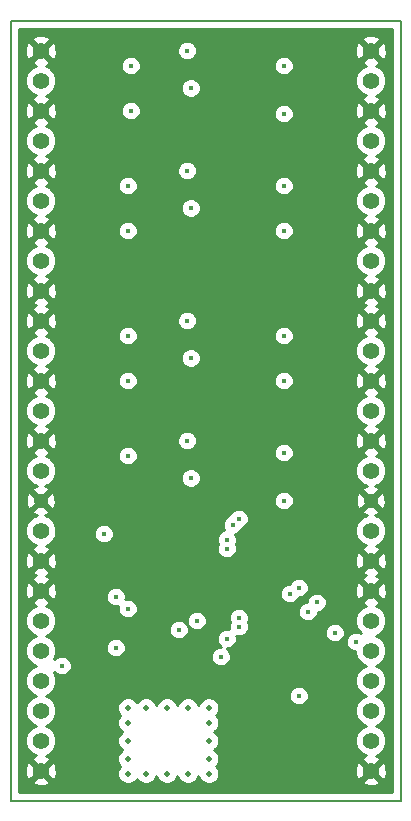
<source format=gbr>
G04 #@! TF.FileFunction,Copper,L2,Inr,Plane*
%FSLAX46Y46*%
G04 Gerber Fmt 4.6, Leading zero omitted, Abs format (unit mm)*
G04 Created by KiCad (PCBNEW 4.0.3+e1-6302~38~ubuntu14.04.1-stable) date Fri Aug 19 15:21:09 2016*
%MOMM*%
%LPD*%
G01*
G04 APERTURE LIST*
%ADD10C,0.100000*%
%ADD11C,0.150000*%
%ADD12C,1.397000*%
%ADD13C,1.270000*%
%ADD14C,0.508000*%
%ADD15C,0.406400*%
%ADD16C,0.254000*%
G04 APERTURE END LIST*
D10*
D11*
X106680000Y-119380000D02*
X106680000Y-53340000D01*
X139700000Y-119380000D02*
X106680000Y-119380000D01*
X139700000Y-53340000D02*
X139700000Y-119380000D01*
X106680000Y-53340000D02*
X139700000Y-53340000D01*
D12*
X109220000Y-55880000D03*
X109220000Y-58420000D03*
X109220000Y-60960000D03*
X109220000Y-63500000D03*
X109220000Y-66040000D03*
X109220000Y-68580000D03*
X109220000Y-71120000D03*
X109220000Y-73660000D03*
X109220000Y-76200000D03*
X109220000Y-78740000D03*
X109220000Y-81280000D03*
X109220000Y-83820000D03*
X109220000Y-86360000D03*
X109220000Y-88900000D03*
X109220000Y-91440000D03*
D13*
X109220000Y-93980000D03*
D12*
X109220000Y-96520000D03*
X109220000Y-99060000D03*
X109220000Y-101600000D03*
X109220000Y-104140000D03*
X109220000Y-106680000D03*
X109220000Y-109220000D03*
X109220000Y-111760000D03*
X109220000Y-114300000D03*
X109220000Y-116840000D03*
X137160000Y-55880000D03*
X137160000Y-58420000D03*
X137160000Y-60960000D03*
X137160000Y-63500000D03*
X137160000Y-66040000D03*
X137160000Y-68580000D03*
X137160000Y-71120000D03*
X137160000Y-73660000D03*
X137160000Y-76200000D03*
X137160000Y-78740000D03*
X137160000Y-81280000D03*
X137160000Y-83820000D03*
X137160000Y-86360000D03*
X137160000Y-88900000D03*
X137160000Y-91440000D03*
D13*
X137160000Y-93980000D03*
D12*
X137160000Y-96520000D03*
X137160000Y-99060000D03*
X137160000Y-101600000D03*
X137160000Y-104140000D03*
X137160000Y-106680000D03*
X137160000Y-109220000D03*
X137160000Y-111760000D03*
X137160000Y-114300000D03*
X137160000Y-116840000D03*
D14*
X123444000Y-114300000D03*
X116586000Y-114300000D03*
X116586000Y-112776000D03*
X116586000Y-111506000D03*
X116586000Y-117094000D03*
X119888000Y-117094000D03*
X118110000Y-117094000D03*
X116586000Y-115824000D03*
X123444000Y-112776000D03*
X123444000Y-117094000D03*
X123444000Y-115824000D03*
X121666000Y-117094000D03*
X119888000Y-111506000D03*
X121666000Y-111506000D03*
X118110000Y-111506000D03*
X123444000Y-111506000D03*
D15*
X115570000Y-106426000D03*
X131064000Y-110490000D03*
X121602500Y-88900000D03*
X121920000Y-92075000D03*
X121920000Y-81915000D03*
X121602500Y-78740000D03*
X121602500Y-66040000D03*
X121920000Y-59055000D03*
X121920000Y-69215000D03*
X121602500Y-55880000D03*
X131064000Y-107442000D03*
X133604000Y-78232000D03*
X133604000Y-80264000D03*
X135382000Y-82042000D03*
X133604000Y-83566000D03*
X133604000Y-85598000D03*
X133604000Y-89408000D03*
X133604000Y-90424000D03*
X135382000Y-92202000D03*
X133604000Y-93980000D03*
X133604000Y-95758000D03*
X127000000Y-98552000D03*
X117856000Y-100838000D03*
X129794000Y-99822000D03*
X134620000Y-110490000D03*
X133858000Y-55626000D03*
X133858000Y-62738000D03*
X112522000Y-88392000D03*
X112522000Y-95758000D03*
X133604000Y-57404000D03*
X133604000Y-60706000D03*
X112776000Y-57404000D03*
X112522000Y-55372000D03*
X112776000Y-60706000D03*
X112522000Y-62738000D03*
X112522000Y-65532000D03*
X112776000Y-67564000D03*
X112776000Y-70866000D03*
X112522000Y-72898000D03*
X133858000Y-65532000D03*
X133604000Y-67564000D03*
X133858000Y-72898000D03*
X133604000Y-70866000D03*
X112522000Y-78232000D03*
X112776000Y-80264000D03*
X112522000Y-85598000D03*
X112776000Y-83566000D03*
X112776000Y-90424000D03*
X112776000Y-93980000D03*
X128905000Y-92075000D03*
X117475000Y-92075000D03*
X124460000Y-92075000D03*
X124777500Y-88900000D03*
X128905000Y-81915000D03*
X124460000Y-81915000D03*
X124777500Y-78740000D03*
X113665000Y-81915000D03*
X117475000Y-81915000D03*
X132715000Y-69215000D03*
X128905000Y-69215000D03*
D14*
X111760000Y-114300000D03*
X131127500Y-115252500D03*
D15*
X116840000Y-108204000D03*
X124777500Y-66040000D03*
X117475000Y-69215000D03*
X113665000Y-69215000D03*
D14*
X128905000Y-116840000D03*
D15*
X124460000Y-59055000D03*
X124460000Y-69215000D03*
X132715000Y-59055000D03*
X128905000Y-59055000D03*
X124777500Y-55880000D03*
X117157500Y-59055000D03*
X113665000Y-59055000D03*
X113665000Y-92075000D03*
X131064000Y-101346000D03*
X116840000Y-57150000D03*
X130302000Y-101854000D03*
X116840000Y-60960000D03*
X132599000Y-102605000D03*
X129794000Y-61214000D03*
X131826000Y-103378000D03*
X129794000Y-57150000D03*
X125984000Y-103886000D03*
X116586000Y-67310000D03*
X125984000Y-104648000D03*
X116586000Y-71120000D03*
X134112000Y-105156000D03*
X129794000Y-71120000D03*
X135890000Y-105918000D03*
X129794000Y-67310000D03*
X122428000Y-104140000D03*
X116586000Y-80010000D03*
X120904000Y-104902000D03*
X116586000Y-83820000D03*
X125984000Y-95504000D03*
X129794000Y-83820000D03*
X125476000Y-96012000D03*
X129794000Y-80010000D03*
X116586000Y-90170000D03*
X116586000Y-103124000D03*
X114554000Y-96774000D03*
X115570000Y-102108000D03*
X124968000Y-98044000D03*
X129794000Y-93980000D03*
X124968000Y-97282000D03*
X129794000Y-89916000D03*
X124968000Y-105664000D03*
X124460000Y-107188000D03*
X110998000Y-107950000D03*
D16*
G36*
X138990000Y-118670000D02*
X107390000Y-118670000D01*
X107390000Y-117774188D01*
X108465417Y-117774188D01*
X108527071Y-118009800D01*
X109027480Y-118185927D01*
X109557199Y-118157148D01*
X109912929Y-118009800D01*
X109974583Y-117774188D01*
X109220000Y-117019605D01*
X108465417Y-117774188D01*
X107390000Y-117774188D01*
X107390000Y-116647480D01*
X107874073Y-116647480D01*
X107902852Y-117177199D01*
X108050200Y-117532929D01*
X108285812Y-117594583D01*
X109040395Y-116840000D01*
X109399605Y-116840000D01*
X110154188Y-117594583D01*
X110389800Y-117532929D01*
X110565927Y-117032520D01*
X110537148Y-116502801D01*
X110389800Y-116147071D01*
X110154188Y-116085417D01*
X109399605Y-116840000D01*
X109040395Y-116840000D01*
X108285812Y-116085417D01*
X108050200Y-116147071D01*
X107874073Y-116647480D01*
X107390000Y-116647480D01*
X107390000Y-104404086D01*
X107886269Y-104404086D01*
X108088854Y-104894380D01*
X108463647Y-105269827D01*
X108801446Y-105410094D01*
X108465620Y-105548854D01*
X108090173Y-105923647D01*
X107886732Y-106413587D01*
X107886269Y-106944086D01*
X108088854Y-107434380D01*
X108463647Y-107809827D01*
X108801446Y-107950094D01*
X108465620Y-108088854D01*
X108090173Y-108463647D01*
X107886732Y-108953587D01*
X107886269Y-109484086D01*
X108088854Y-109974380D01*
X108463647Y-110349827D01*
X108801446Y-110490094D01*
X108465620Y-110628854D01*
X108090173Y-111003647D01*
X107886732Y-111493587D01*
X107886269Y-112024086D01*
X108088854Y-112514380D01*
X108463647Y-112889827D01*
X108801446Y-113030094D01*
X108465620Y-113168854D01*
X108090173Y-113543647D01*
X107886732Y-114033587D01*
X107886269Y-114564086D01*
X108088854Y-115054380D01*
X108463647Y-115429827D01*
X108785118Y-115563314D01*
X108527071Y-115670200D01*
X108465417Y-115905812D01*
X109220000Y-116660395D01*
X109974583Y-115905812D01*
X109912929Y-115670200D01*
X109633688Y-115571917D01*
X109974380Y-115431146D01*
X110349827Y-115056353D01*
X110553268Y-114566413D01*
X110553731Y-114035914D01*
X110351146Y-113545620D01*
X109976353Y-113170173D01*
X109638554Y-113029906D01*
X109974380Y-112891146D01*
X110349827Y-112516353D01*
X110553268Y-112026413D01*
X110553568Y-111682057D01*
X115696846Y-111682057D01*
X115831903Y-112008920D01*
X115963764Y-112141011D01*
X115832782Y-112271764D01*
X115697154Y-112598391D01*
X115696846Y-112952057D01*
X115831903Y-113278920D01*
X116081764Y-113529218D01*
X116102561Y-113537854D01*
X116083080Y-113545903D01*
X115832782Y-113795764D01*
X115697154Y-114122391D01*
X115696846Y-114476057D01*
X115831903Y-114802920D01*
X116081764Y-115053218D01*
X116102561Y-115061854D01*
X116083080Y-115069903D01*
X115832782Y-115319764D01*
X115697154Y-115646391D01*
X115696846Y-116000057D01*
X115831903Y-116326920D01*
X115963764Y-116459011D01*
X115832782Y-116589764D01*
X115697154Y-116916391D01*
X115696846Y-117270057D01*
X115831903Y-117596920D01*
X116081764Y-117847218D01*
X116408391Y-117982846D01*
X116762057Y-117983154D01*
X117088920Y-117848097D01*
X117339218Y-117598236D01*
X117347854Y-117577439D01*
X117355903Y-117596920D01*
X117605764Y-117847218D01*
X117932391Y-117982846D01*
X118286057Y-117983154D01*
X118612920Y-117848097D01*
X118863218Y-117598236D01*
X118998846Y-117271609D01*
X118998847Y-117270060D01*
X119133903Y-117596920D01*
X119383764Y-117847218D01*
X119710391Y-117982846D01*
X120064057Y-117983154D01*
X120390920Y-117848097D01*
X120641218Y-117598236D01*
X120776846Y-117271609D01*
X120776847Y-117270060D01*
X120911903Y-117596920D01*
X121161764Y-117847218D01*
X121488391Y-117982846D01*
X121842057Y-117983154D01*
X122168920Y-117848097D01*
X122419218Y-117598236D01*
X122554846Y-117271609D01*
X122554847Y-117270060D01*
X122689903Y-117596920D01*
X122939764Y-117847218D01*
X123266391Y-117982846D01*
X123620057Y-117983154D01*
X123946920Y-117848097D01*
X124020958Y-117774188D01*
X136405417Y-117774188D01*
X136467071Y-118009800D01*
X136967480Y-118185927D01*
X137497199Y-118157148D01*
X137852929Y-118009800D01*
X137914583Y-117774188D01*
X137160000Y-117019605D01*
X136405417Y-117774188D01*
X124020958Y-117774188D01*
X124197218Y-117598236D01*
X124332846Y-117271609D01*
X124333154Y-116917943D01*
X124221401Y-116647480D01*
X135814073Y-116647480D01*
X135842852Y-117177199D01*
X135990200Y-117532929D01*
X136225812Y-117594583D01*
X136980395Y-116840000D01*
X137339605Y-116840000D01*
X138094188Y-117594583D01*
X138329800Y-117532929D01*
X138505927Y-117032520D01*
X138477148Y-116502801D01*
X138329800Y-116147071D01*
X138094188Y-116085417D01*
X137339605Y-116840000D01*
X136980395Y-116840000D01*
X136225812Y-116085417D01*
X135990200Y-116147071D01*
X135814073Y-116647480D01*
X124221401Y-116647480D01*
X124198097Y-116591080D01*
X124066236Y-116458989D01*
X124197218Y-116328236D01*
X124332846Y-116001609D01*
X124333154Y-115647943D01*
X124198097Y-115321080D01*
X123948236Y-115070782D01*
X123927439Y-115062146D01*
X123946920Y-115054097D01*
X124197218Y-114804236D01*
X124332846Y-114477609D01*
X124333154Y-114123943D01*
X124198097Y-113797080D01*
X123948236Y-113546782D01*
X123927439Y-113538146D01*
X123946920Y-113530097D01*
X124197218Y-113280236D01*
X124332846Y-112953609D01*
X124333154Y-112599943D01*
X124198097Y-112273080D01*
X124066236Y-112140989D01*
X124197218Y-112010236D01*
X124332846Y-111683609D01*
X124333154Y-111329943D01*
X124198097Y-111003080D01*
X123948236Y-110752782D01*
X123715153Y-110655997D01*
X130225655Y-110655997D01*
X130352995Y-110964182D01*
X130588578Y-111200177D01*
X130896540Y-111328054D01*
X131229997Y-111328345D01*
X131538182Y-111201005D01*
X131774177Y-110965422D01*
X131902054Y-110657460D01*
X131902345Y-110324003D01*
X131775005Y-110015818D01*
X131539422Y-109779823D01*
X131231460Y-109651946D01*
X130898003Y-109651655D01*
X130589818Y-109778995D01*
X130353823Y-110014578D01*
X130225946Y-110322540D01*
X130225655Y-110655997D01*
X123715153Y-110655997D01*
X123621609Y-110617154D01*
X123267943Y-110616846D01*
X122941080Y-110751903D01*
X122690782Y-111001764D01*
X122555154Y-111328391D01*
X122555153Y-111329940D01*
X122420097Y-111003080D01*
X122170236Y-110752782D01*
X121843609Y-110617154D01*
X121489943Y-110616846D01*
X121163080Y-110751903D01*
X120912782Y-111001764D01*
X120777154Y-111328391D01*
X120777153Y-111329940D01*
X120642097Y-111003080D01*
X120392236Y-110752782D01*
X120065609Y-110617154D01*
X119711943Y-110616846D01*
X119385080Y-110751903D01*
X119134782Y-111001764D01*
X118999154Y-111328391D01*
X118999153Y-111329940D01*
X118864097Y-111003080D01*
X118614236Y-110752782D01*
X118287609Y-110617154D01*
X117933943Y-110616846D01*
X117607080Y-110751903D01*
X117356782Y-111001764D01*
X117348146Y-111022561D01*
X117340097Y-111003080D01*
X117090236Y-110752782D01*
X116763609Y-110617154D01*
X116409943Y-110616846D01*
X116083080Y-110751903D01*
X115832782Y-111001764D01*
X115697154Y-111328391D01*
X115696846Y-111682057D01*
X110553568Y-111682057D01*
X110553731Y-111495914D01*
X110351146Y-111005620D01*
X109976353Y-110630173D01*
X109638554Y-110489906D01*
X109974380Y-110351146D01*
X110349827Y-109976353D01*
X110553268Y-109486413D01*
X110553731Y-108955914D01*
X110367238Y-108504565D01*
X110522578Y-108660177D01*
X110830540Y-108788054D01*
X111163997Y-108788345D01*
X111472182Y-108661005D01*
X111708177Y-108425422D01*
X111836054Y-108117460D01*
X111836345Y-107784003D01*
X111709005Y-107475818D01*
X111587397Y-107353997D01*
X123621655Y-107353997D01*
X123748995Y-107662182D01*
X123984578Y-107898177D01*
X124292540Y-108026054D01*
X124625997Y-108026345D01*
X124934182Y-107899005D01*
X125170177Y-107663422D01*
X125298054Y-107355460D01*
X125298345Y-107022003D01*
X125171005Y-106713818D01*
X124959749Y-106502193D01*
X125133997Y-106502345D01*
X125442182Y-106375005D01*
X125678177Y-106139422D01*
X125701191Y-106083997D01*
X135051655Y-106083997D01*
X135178995Y-106392182D01*
X135414578Y-106628177D01*
X135722540Y-106756054D01*
X135826433Y-106756145D01*
X135826269Y-106944086D01*
X136028854Y-107434380D01*
X136403647Y-107809827D01*
X136741446Y-107950094D01*
X136405620Y-108088854D01*
X136030173Y-108463647D01*
X135826732Y-108953587D01*
X135826269Y-109484086D01*
X136028854Y-109974380D01*
X136403647Y-110349827D01*
X136741446Y-110490094D01*
X136405620Y-110628854D01*
X136030173Y-111003647D01*
X135826732Y-111493587D01*
X135826269Y-112024086D01*
X136028854Y-112514380D01*
X136403647Y-112889827D01*
X136741446Y-113030094D01*
X136405620Y-113168854D01*
X136030173Y-113543647D01*
X135826732Y-114033587D01*
X135826269Y-114564086D01*
X136028854Y-115054380D01*
X136403647Y-115429827D01*
X136725118Y-115563314D01*
X136467071Y-115670200D01*
X136405417Y-115905812D01*
X137160000Y-116660395D01*
X137914583Y-115905812D01*
X137852929Y-115670200D01*
X137573688Y-115571917D01*
X137914380Y-115431146D01*
X138289827Y-115056353D01*
X138493268Y-114566413D01*
X138493731Y-114035914D01*
X138291146Y-113545620D01*
X137916353Y-113170173D01*
X137578554Y-113029906D01*
X137914380Y-112891146D01*
X138289827Y-112516353D01*
X138493268Y-112026413D01*
X138493731Y-111495914D01*
X138291146Y-111005620D01*
X137916353Y-110630173D01*
X137578554Y-110489906D01*
X137914380Y-110351146D01*
X138289827Y-109976353D01*
X138493268Y-109486413D01*
X138493731Y-108955914D01*
X138291146Y-108465620D01*
X137916353Y-108090173D01*
X137578554Y-107949906D01*
X137914380Y-107811146D01*
X138289827Y-107436353D01*
X138493268Y-106946413D01*
X138493731Y-106415914D01*
X138291146Y-105925620D01*
X137916353Y-105550173D01*
X137578554Y-105409906D01*
X137914380Y-105271146D01*
X138289827Y-104896353D01*
X138493268Y-104406413D01*
X138493731Y-103875914D01*
X138291146Y-103385620D01*
X137916353Y-103010173D01*
X137594882Y-102876686D01*
X137852929Y-102769800D01*
X137914583Y-102534188D01*
X137160000Y-101779605D01*
X136405417Y-102534188D01*
X136467071Y-102769800D01*
X136746312Y-102868083D01*
X136405620Y-103008854D01*
X136030173Y-103383647D01*
X135826732Y-103873587D01*
X135826269Y-104404086D01*
X136028854Y-104894380D01*
X136324992Y-105191035D01*
X136057460Y-105079946D01*
X135724003Y-105079655D01*
X135415818Y-105206995D01*
X135179823Y-105442578D01*
X135051946Y-105750540D01*
X135051655Y-106083997D01*
X125701191Y-106083997D01*
X125806054Y-105831460D01*
X125806345Y-105498003D01*
X125798274Y-105478469D01*
X125816540Y-105486054D01*
X126149997Y-105486345D01*
X126458182Y-105359005D01*
X126495254Y-105321997D01*
X133273655Y-105321997D01*
X133400995Y-105630182D01*
X133636578Y-105866177D01*
X133944540Y-105994054D01*
X134277997Y-105994345D01*
X134586182Y-105867005D01*
X134822177Y-105631422D01*
X134950054Y-105323460D01*
X134950345Y-104990003D01*
X134823005Y-104681818D01*
X134587422Y-104445823D01*
X134279460Y-104317946D01*
X133946003Y-104317655D01*
X133637818Y-104444995D01*
X133401823Y-104680578D01*
X133273946Y-104988540D01*
X133273655Y-105321997D01*
X126495254Y-105321997D01*
X126694177Y-105123422D01*
X126822054Y-104815460D01*
X126822345Y-104482003D01*
X126733446Y-104266852D01*
X126822054Y-104053460D01*
X126822345Y-103720003D01*
X126749621Y-103543997D01*
X130987655Y-103543997D01*
X131114995Y-103852182D01*
X131350578Y-104088177D01*
X131658540Y-104216054D01*
X131991997Y-104216345D01*
X132300182Y-104089005D01*
X132536177Y-103853422D01*
X132664054Y-103545460D01*
X132664143Y-103443257D01*
X132764997Y-103443345D01*
X133073182Y-103316005D01*
X133309177Y-103080422D01*
X133437054Y-102772460D01*
X133437345Y-102439003D01*
X133310005Y-102130818D01*
X133074422Y-101894823D01*
X132766460Y-101766946D01*
X132433003Y-101766655D01*
X132124818Y-101893995D01*
X131888823Y-102129578D01*
X131760946Y-102437540D01*
X131760857Y-102539743D01*
X131660003Y-102539655D01*
X131351818Y-102666995D01*
X131115823Y-102902578D01*
X130987946Y-103210540D01*
X130987655Y-103543997D01*
X126749621Y-103543997D01*
X126695005Y-103411818D01*
X126459422Y-103175823D01*
X126151460Y-103047946D01*
X125818003Y-103047655D01*
X125509818Y-103174995D01*
X125273823Y-103410578D01*
X125145946Y-103718540D01*
X125145655Y-104051997D01*
X125234554Y-104267148D01*
X125145946Y-104480540D01*
X125145655Y-104813997D01*
X125153726Y-104833531D01*
X125135460Y-104825946D01*
X124802003Y-104825655D01*
X124493818Y-104952995D01*
X124257823Y-105188578D01*
X124129946Y-105496540D01*
X124129655Y-105829997D01*
X124256995Y-106138182D01*
X124468251Y-106349807D01*
X124294003Y-106349655D01*
X123985818Y-106476995D01*
X123749823Y-106712578D01*
X123621946Y-107020540D01*
X123621655Y-107353997D01*
X111587397Y-107353997D01*
X111473422Y-107239823D01*
X111165460Y-107111946D01*
X110832003Y-107111655D01*
X110523818Y-107238995D01*
X110366615Y-107395924D01*
X110553268Y-106946413D01*
X110553577Y-106591997D01*
X114731655Y-106591997D01*
X114858995Y-106900182D01*
X115094578Y-107136177D01*
X115402540Y-107264054D01*
X115735997Y-107264345D01*
X116044182Y-107137005D01*
X116280177Y-106901422D01*
X116408054Y-106593460D01*
X116408345Y-106260003D01*
X116281005Y-105951818D01*
X116045422Y-105715823D01*
X115737460Y-105587946D01*
X115404003Y-105587655D01*
X115095818Y-105714995D01*
X114859823Y-105950578D01*
X114731946Y-106258540D01*
X114731655Y-106591997D01*
X110553577Y-106591997D01*
X110553731Y-106415914D01*
X110351146Y-105925620D01*
X109976353Y-105550173D01*
X109638554Y-105409906D01*
X109974380Y-105271146D01*
X110177883Y-105067997D01*
X120065655Y-105067997D01*
X120192995Y-105376182D01*
X120428578Y-105612177D01*
X120736540Y-105740054D01*
X121069997Y-105740345D01*
X121378182Y-105613005D01*
X121614177Y-105377422D01*
X121742054Y-105069460D01*
X121742345Y-104736003D01*
X121615005Y-104427818D01*
X121493397Y-104305997D01*
X121589655Y-104305997D01*
X121716995Y-104614182D01*
X121952578Y-104850177D01*
X122260540Y-104978054D01*
X122593997Y-104978345D01*
X122902182Y-104851005D01*
X123138177Y-104615422D01*
X123266054Y-104307460D01*
X123266345Y-103974003D01*
X123139005Y-103665818D01*
X122903422Y-103429823D01*
X122595460Y-103301946D01*
X122262003Y-103301655D01*
X121953818Y-103428995D01*
X121717823Y-103664578D01*
X121589946Y-103972540D01*
X121589655Y-104305997D01*
X121493397Y-104305997D01*
X121379422Y-104191823D01*
X121071460Y-104063946D01*
X120738003Y-104063655D01*
X120429818Y-104190995D01*
X120193823Y-104426578D01*
X120065946Y-104734540D01*
X120065655Y-105067997D01*
X110177883Y-105067997D01*
X110349827Y-104896353D01*
X110553268Y-104406413D01*
X110553731Y-103875914D01*
X110351146Y-103385620D01*
X109976353Y-103010173D01*
X109654882Y-102876686D01*
X109912929Y-102769800D01*
X109974583Y-102534188D01*
X109220000Y-101779605D01*
X108465417Y-102534188D01*
X108527071Y-102769800D01*
X108806312Y-102868083D01*
X108465620Y-103008854D01*
X108090173Y-103383647D01*
X107886732Y-103873587D01*
X107886269Y-104404086D01*
X107390000Y-104404086D01*
X107390000Y-101407480D01*
X107874073Y-101407480D01*
X107902852Y-101937199D01*
X108050200Y-102292929D01*
X108285812Y-102354583D01*
X109040395Y-101600000D01*
X109399605Y-101600000D01*
X110154188Y-102354583D01*
X110389800Y-102292929D01*
X110396463Y-102273997D01*
X114731655Y-102273997D01*
X114858995Y-102582182D01*
X115094578Y-102818177D01*
X115402540Y-102946054D01*
X115735997Y-102946345D01*
X115755531Y-102938274D01*
X115747946Y-102956540D01*
X115747655Y-103289997D01*
X115874995Y-103598182D01*
X116110578Y-103834177D01*
X116418540Y-103962054D01*
X116751997Y-103962345D01*
X117060182Y-103835005D01*
X117296177Y-103599422D01*
X117424054Y-103291460D01*
X117424345Y-102958003D01*
X117297005Y-102649818D01*
X117061422Y-102413823D01*
X116753460Y-102285946D01*
X116420003Y-102285655D01*
X116400469Y-102293726D01*
X116408054Y-102275460D01*
X116408276Y-102019997D01*
X129463655Y-102019997D01*
X129590995Y-102328182D01*
X129826578Y-102564177D01*
X130134540Y-102692054D01*
X130467997Y-102692345D01*
X130776182Y-102565005D01*
X131012177Y-102329422D01*
X131072475Y-102184208D01*
X131229997Y-102184345D01*
X131538182Y-102057005D01*
X131774177Y-101821422D01*
X131902054Y-101513460D01*
X131902146Y-101407480D01*
X135814073Y-101407480D01*
X135842852Y-101937199D01*
X135990200Y-102292929D01*
X136225812Y-102354583D01*
X136980395Y-101600000D01*
X137339605Y-101600000D01*
X138094188Y-102354583D01*
X138329800Y-102292929D01*
X138505927Y-101792520D01*
X138477148Y-101262801D01*
X138329800Y-100907071D01*
X138094188Y-100845417D01*
X137339605Y-101600000D01*
X136980395Y-101600000D01*
X136225812Y-100845417D01*
X135990200Y-100907071D01*
X135814073Y-101407480D01*
X131902146Y-101407480D01*
X131902345Y-101180003D01*
X131775005Y-100871818D01*
X131539422Y-100635823D01*
X131231460Y-100507946D01*
X130898003Y-100507655D01*
X130589818Y-100634995D01*
X130353823Y-100870578D01*
X130293525Y-101015792D01*
X130136003Y-101015655D01*
X129827818Y-101142995D01*
X129591823Y-101378578D01*
X129463946Y-101686540D01*
X129463655Y-102019997D01*
X116408276Y-102019997D01*
X116408345Y-101942003D01*
X116281005Y-101633818D01*
X116045422Y-101397823D01*
X115737460Y-101269946D01*
X115404003Y-101269655D01*
X115095818Y-101396995D01*
X114859823Y-101632578D01*
X114731946Y-101940540D01*
X114731655Y-102273997D01*
X110396463Y-102273997D01*
X110565927Y-101792520D01*
X110537148Y-101262801D01*
X110389800Y-100907071D01*
X110154188Y-100845417D01*
X109399605Y-101600000D01*
X109040395Y-101600000D01*
X108285812Y-100845417D01*
X108050200Y-100907071D01*
X107874073Y-101407480D01*
X107390000Y-101407480D01*
X107390000Y-99994188D01*
X108465417Y-99994188D01*
X108527071Y-100229800D01*
X108788629Y-100321859D01*
X108527071Y-100430200D01*
X108465417Y-100665812D01*
X109220000Y-101420395D01*
X109974583Y-100665812D01*
X109912929Y-100430200D01*
X109651371Y-100338141D01*
X109912929Y-100229800D01*
X109974583Y-99994188D01*
X136405417Y-99994188D01*
X136467071Y-100229800D01*
X136728629Y-100321859D01*
X136467071Y-100430200D01*
X136405417Y-100665812D01*
X137160000Y-101420395D01*
X137914583Y-100665812D01*
X137852929Y-100430200D01*
X137591371Y-100338141D01*
X137852929Y-100229800D01*
X137914583Y-99994188D01*
X137160000Y-99239605D01*
X136405417Y-99994188D01*
X109974583Y-99994188D01*
X109220000Y-99239605D01*
X108465417Y-99994188D01*
X107390000Y-99994188D01*
X107390000Y-98867480D01*
X107874073Y-98867480D01*
X107902852Y-99397199D01*
X108050200Y-99752929D01*
X108285812Y-99814583D01*
X109040395Y-99060000D01*
X109399605Y-99060000D01*
X110154188Y-99814583D01*
X110389800Y-99752929D01*
X110565927Y-99252520D01*
X110537148Y-98722801D01*
X110389800Y-98367071D01*
X110154188Y-98305417D01*
X109399605Y-99060000D01*
X109040395Y-99060000D01*
X108285812Y-98305417D01*
X108050200Y-98367071D01*
X107874073Y-98867480D01*
X107390000Y-98867480D01*
X107390000Y-96784086D01*
X107886269Y-96784086D01*
X108088854Y-97274380D01*
X108463647Y-97649827D01*
X108785118Y-97783314D01*
X108527071Y-97890200D01*
X108465417Y-98125812D01*
X109220000Y-98880395D01*
X109974583Y-98125812D01*
X109912929Y-97890200D01*
X109633688Y-97791917D01*
X109974380Y-97651146D01*
X110349827Y-97276353D01*
X110489494Y-96939997D01*
X113715655Y-96939997D01*
X113842995Y-97248182D01*
X114078578Y-97484177D01*
X114386540Y-97612054D01*
X114719997Y-97612345D01*
X115028182Y-97485005D01*
X115065254Y-97447997D01*
X124129655Y-97447997D01*
X124218554Y-97663148D01*
X124129946Y-97876540D01*
X124129655Y-98209997D01*
X124256995Y-98518182D01*
X124492578Y-98754177D01*
X124800540Y-98882054D01*
X125133997Y-98882345D01*
X125169972Y-98867480D01*
X135814073Y-98867480D01*
X135842852Y-99397199D01*
X135990200Y-99752929D01*
X136225812Y-99814583D01*
X136980395Y-99060000D01*
X137339605Y-99060000D01*
X138094188Y-99814583D01*
X138329800Y-99752929D01*
X138505927Y-99252520D01*
X138477148Y-98722801D01*
X138329800Y-98367071D01*
X138094188Y-98305417D01*
X137339605Y-99060000D01*
X136980395Y-99060000D01*
X136225812Y-98305417D01*
X135990200Y-98367071D01*
X135814073Y-98867480D01*
X125169972Y-98867480D01*
X125442182Y-98755005D01*
X125678177Y-98519422D01*
X125806054Y-98211460D01*
X125806345Y-97878003D01*
X125717446Y-97662852D01*
X125806054Y-97449460D01*
X125806345Y-97116003D01*
X125688617Y-96831082D01*
X125802355Y-96784086D01*
X135826269Y-96784086D01*
X136028854Y-97274380D01*
X136403647Y-97649827D01*
X136725118Y-97783314D01*
X136467071Y-97890200D01*
X136405417Y-98125812D01*
X137160000Y-98880395D01*
X137914583Y-98125812D01*
X137852929Y-97890200D01*
X137573688Y-97791917D01*
X137914380Y-97651146D01*
X138289827Y-97276353D01*
X138493268Y-96786413D01*
X138493731Y-96255914D01*
X138291146Y-95765620D01*
X137916353Y-95390173D01*
X137512349Y-95222416D01*
X137814697Y-95097179D01*
X137868528Y-94868133D01*
X137160000Y-94159605D01*
X136451472Y-94868133D01*
X136505303Y-95097179D01*
X136834938Y-95211464D01*
X136405620Y-95388854D01*
X136030173Y-95763647D01*
X135826732Y-96253587D01*
X135826269Y-96784086D01*
X125802355Y-96784086D01*
X125950182Y-96723005D01*
X126186177Y-96487422D01*
X126266388Y-96294253D01*
X126458182Y-96215005D01*
X126694177Y-95979422D01*
X126822054Y-95671460D01*
X126822345Y-95338003D01*
X126695005Y-95029818D01*
X126459422Y-94793823D01*
X126151460Y-94665946D01*
X125818003Y-94665655D01*
X125509818Y-94792995D01*
X125273823Y-95028578D01*
X125193612Y-95221747D01*
X125001818Y-95300995D01*
X124765823Y-95536578D01*
X124637946Y-95844540D01*
X124637655Y-96177997D01*
X124755383Y-96462918D01*
X124493818Y-96570995D01*
X124257823Y-96806578D01*
X124129946Y-97114540D01*
X124129655Y-97447997D01*
X115065254Y-97447997D01*
X115264177Y-97249422D01*
X115392054Y-96941460D01*
X115392345Y-96608003D01*
X115265005Y-96299818D01*
X115029422Y-96063823D01*
X114721460Y-95935946D01*
X114388003Y-95935655D01*
X114079818Y-96062995D01*
X113843823Y-96298578D01*
X113715946Y-96606540D01*
X113715655Y-96939997D01*
X110489494Y-96939997D01*
X110553268Y-96786413D01*
X110553731Y-96255914D01*
X110351146Y-95765620D01*
X109976353Y-95390173D01*
X109572349Y-95222416D01*
X109874697Y-95097179D01*
X109928528Y-94868133D01*
X109220000Y-94159605D01*
X108511472Y-94868133D01*
X108565303Y-95097179D01*
X108894938Y-95211464D01*
X108465620Y-95388854D01*
X108090173Y-95763647D01*
X107886732Y-96253587D01*
X107886269Y-96784086D01*
X107390000Y-96784086D01*
X107390000Y-93802664D01*
X107937319Y-93802664D01*
X107967094Y-94307023D01*
X108102821Y-94634697D01*
X108331867Y-94688528D01*
X109040395Y-93980000D01*
X109399605Y-93980000D01*
X110108133Y-94688528D01*
X110337179Y-94634697D01*
X110502681Y-94157336D01*
X110502012Y-94145997D01*
X128955655Y-94145997D01*
X129082995Y-94454182D01*
X129318578Y-94690177D01*
X129626540Y-94818054D01*
X129959997Y-94818345D01*
X130268182Y-94691005D01*
X130504177Y-94455422D01*
X130632054Y-94147460D01*
X130632345Y-93814003D01*
X130627660Y-93802664D01*
X135877319Y-93802664D01*
X135907094Y-94307023D01*
X136042821Y-94634697D01*
X136271867Y-94688528D01*
X136980395Y-93980000D01*
X137339605Y-93980000D01*
X138048133Y-94688528D01*
X138277179Y-94634697D01*
X138442681Y-94157336D01*
X138412906Y-93652977D01*
X138277179Y-93325303D01*
X138048133Y-93271472D01*
X137339605Y-93980000D01*
X136980395Y-93980000D01*
X136271867Y-93271472D01*
X136042821Y-93325303D01*
X135877319Y-93802664D01*
X130627660Y-93802664D01*
X130505005Y-93505818D01*
X130269422Y-93269823D01*
X129961460Y-93141946D01*
X129628003Y-93141655D01*
X129319818Y-93268995D01*
X129083823Y-93504578D01*
X128955946Y-93812540D01*
X128955655Y-94145997D01*
X110502012Y-94145997D01*
X110472906Y-93652977D01*
X110337179Y-93325303D01*
X110108133Y-93271472D01*
X109399605Y-93980000D01*
X109040395Y-93980000D01*
X108331867Y-93271472D01*
X108102821Y-93325303D01*
X107937319Y-93802664D01*
X107390000Y-93802664D01*
X107390000Y-91704086D01*
X107886269Y-91704086D01*
X108088854Y-92194380D01*
X108463647Y-92569827D01*
X108867651Y-92737584D01*
X108565303Y-92862821D01*
X108511472Y-93091867D01*
X109220000Y-93800395D01*
X109928528Y-93091867D01*
X109874697Y-92862821D01*
X109545062Y-92748536D01*
X109974380Y-92571146D01*
X110305105Y-92240997D01*
X121081655Y-92240997D01*
X121208995Y-92549182D01*
X121444578Y-92785177D01*
X121752540Y-92913054D01*
X122085997Y-92913345D01*
X122394182Y-92786005D01*
X122630177Y-92550422D01*
X122758054Y-92242460D01*
X122758345Y-91909003D01*
X122673675Y-91704086D01*
X135826269Y-91704086D01*
X136028854Y-92194380D01*
X136403647Y-92569827D01*
X136807651Y-92737584D01*
X136505303Y-92862821D01*
X136451472Y-93091867D01*
X137160000Y-93800395D01*
X137868528Y-93091867D01*
X137814697Y-92862821D01*
X137485062Y-92748536D01*
X137914380Y-92571146D01*
X138289827Y-92196353D01*
X138493268Y-91706413D01*
X138493731Y-91175914D01*
X138291146Y-90685620D01*
X137916353Y-90310173D01*
X137594882Y-90176686D01*
X137852929Y-90069800D01*
X137914583Y-89834188D01*
X137160000Y-89079605D01*
X136405417Y-89834188D01*
X136467071Y-90069800D01*
X136746312Y-90168083D01*
X136405620Y-90308854D01*
X136030173Y-90683647D01*
X135826732Y-91173587D01*
X135826269Y-91704086D01*
X122673675Y-91704086D01*
X122631005Y-91600818D01*
X122395422Y-91364823D01*
X122087460Y-91236946D01*
X121754003Y-91236655D01*
X121445818Y-91363995D01*
X121209823Y-91599578D01*
X121081946Y-91907540D01*
X121081655Y-92240997D01*
X110305105Y-92240997D01*
X110349827Y-92196353D01*
X110553268Y-91706413D01*
X110553731Y-91175914D01*
X110351146Y-90685620D01*
X110002133Y-90335997D01*
X115747655Y-90335997D01*
X115874995Y-90644182D01*
X116110578Y-90880177D01*
X116418540Y-91008054D01*
X116751997Y-91008345D01*
X117060182Y-90881005D01*
X117296177Y-90645422D01*
X117424054Y-90337460D01*
X117424276Y-90081997D01*
X128955655Y-90081997D01*
X129082995Y-90390182D01*
X129318578Y-90626177D01*
X129626540Y-90754054D01*
X129959997Y-90754345D01*
X130268182Y-90627005D01*
X130504177Y-90391422D01*
X130632054Y-90083460D01*
X130632345Y-89750003D01*
X130505005Y-89441818D01*
X130269422Y-89205823D01*
X129961460Y-89077946D01*
X129628003Y-89077655D01*
X129319818Y-89204995D01*
X129083823Y-89440578D01*
X128955946Y-89748540D01*
X128955655Y-90081997D01*
X117424276Y-90081997D01*
X117424345Y-90004003D01*
X117297005Y-89695818D01*
X117061422Y-89459823D01*
X116753460Y-89331946D01*
X116420003Y-89331655D01*
X116111818Y-89458995D01*
X115875823Y-89694578D01*
X115747946Y-90002540D01*
X115747655Y-90335997D01*
X110002133Y-90335997D01*
X109976353Y-90310173D01*
X109654882Y-90176686D01*
X109912929Y-90069800D01*
X109974583Y-89834188D01*
X109220000Y-89079605D01*
X108465417Y-89834188D01*
X108527071Y-90069800D01*
X108806312Y-90168083D01*
X108465620Y-90308854D01*
X108090173Y-90683647D01*
X107886732Y-91173587D01*
X107886269Y-91704086D01*
X107390000Y-91704086D01*
X107390000Y-88707480D01*
X107874073Y-88707480D01*
X107902852Y-89237199D01*
X108050200Y-89592929D01*
X108285812Y-89654583D01*
X109040395Y-88900000D01*
X109399605Y-88900000D01*
X110154188Y-89654583D01*
X110389800Y-89592929D01*
X110565927Y-89092520D01*
X110564487Y-89065997D01*
X120764155Y-89065997D01*
X120891495Y-89374182D01*
X121127078Y-89610177D01*
X121435040Y-89738054D01*
X121768497Y-89738345D01*
X122076682Y-89611005D01*
X122312677Y-89375422D01*
X122440554Y-89067460D01*
X122440845Y-88734003D01*
X122429886Y-88707480D01*
X135814073Y-88707480D01*
X135842852Y-89237199D01*
X135990200Y-89592929D01*
X136225812Y-89654583D01*
X136980395Y-88900000D01*
X137339605Y-88900000D01*
X138094188Y-89654583D01*
X138329800Y-89592929D01*
X138505927Y-89092520D01*
X138477148Y-88562801D01*
X138329800Y-88207071D01*
X138094188Y-88145417D01*
X137339605Y-88900000D01*
X136980395Y-88900000D01*
X136225812Y-88145417D01*
X135990200Y-88207071D01*
X135814073Y-88707480D01*
X122429886Y-88707480D01*
X122313505Y-88425818D01*
X122077922Y-88189823D01*
X121769960Y-88061946D01*
X121436503Y-88061655D01*
X121128318Y-88188995D01*
X120892323Y-88424578D01*
X120764446Y-88732540D01*
X120764155Y-89065997D01*
X110564487Y-89065997D01*
X110537148Y-88562801D01*
X110389800Y-88207071D01*
X110154188Y-88145417D01*
X109399605Y-88900000D01*
X109040395Y-88900000D01*
X108285812Y-88145417D01*
X108050200Y-88207071D01*
X107874073Y-88707480D01*
X107390000Y-88707480D01*
X107390000Y-86624086D01*
X107886269Y-86624086D01*
X108088854Y-87114380D01*
X108463647Y-87489827D01*
X108785118Y-87623314D01*
X108527071Y-87730200D01*
X108465417Y-87965812D01*
X109220000Y-88720395D01*
X109974583Y-87965812D01*
X109912929Y-87730200D01*
X109633688Y-87631917D01*
X109974380Y-87491146D01*
X110349827Y-87116353D01*
X110553268Y-86626413D01*
X110553270Y-86624086D01*
X135826269Y-86624086D01*
X136028854Y-87114380D01*
X136403647Y-87489827D01*
X136725118Y-87623314D01*
X136467071Y-87730200D01*
X136405417Y-87965812D01*
X137160000Y-88720395D01*
X137914583Y-87965812D01*
X137852929Y-87730200D01*
X137573688Y-87631917D01*
X137914380Y-87491146D01*
X138289827Y-87116353D01*
X138493268Y-86626413D01*
X138493731Y-86095914D01*
X138291146Y-85605620D01*
X137916353Y-85230173D01*
X137594882Y-85096686D01*
X137852929Y-84989800D01*
X137914583Y-84754188D01*
X137160000Y-83999605D01*
X136405417Y-84754188D01*
X136467071Y-84989800D01*
X136746312Y-85088083D01*
X136405620Y-85228854D01*
X136030173Y-85603647D01*
X135826732Y-86093587D01*
X135826269Y-86624086D01*
X110553270Y-86624086D01*
X110553731Y-86095914D01*
X110351146Y-85605620D01*
X109976353Y-85230173D01*
X109654882Y-85096686D01*
X109912929Y-84989800D01*
X109974583Y-84754188D01*
X109220000Y-83999605D01*
X108465417Y-84754188D01*
X108527071Y-84989800D01*
X108806312Y-85088083D01*
X108465620Y-85228854D01*
X108090173Y-85603647D01*
X107886732Y-86093587D01*
X107886269Y-86624086D01*
X107390000Y-86624086D01*
X107390000Y-83627480D01*
X107874073Y-83627480D01*
X107902852Y-84157199D01*
X108050200Y-84512929D01*
X108285812Y-84574583D01*
X109040395Y-83820000D01*
X109399605Y-83820000D01*
X110154188Y-84574583D01*
X110389800Y-84512929D01*
X110565927Y-84012520D01*
X110564487Y-83985997D01*
X115747655Y-83985997D01*
X115874995Y-84294182D01*
X116110578Y-84530177D01*
X116418540Y-84658054D01*
X116751997Y-84658345D01*
X117060182Y-84531005D01*
X117296177Y-84295422D01*
X117424054Y-83987460D01*
X117424055Y-83985997D01*
X128955655Y-83985997D01*
X129082995Y-84294182D01*
X129318578Y-84530177D01*
X129626540Y-84658054D01*
X129959997Y-84658345D01*
X130268182Y-84531005D01*
X130504177Y-84295422D01*
X130632054Y-83987460D01*
X130632345Y-83654003D01*
X130621386Y-83627480D01*
X135814073Y-83627480D01*
X135842852Y-84157199D01*
X135990200Y-84512929D01*
X136225812Y-84574583D01*
X136980395Y-83820000D01*
X137339605Y-83820000D01*
X138094188Y-84574583D01*
X138329800Y-84512929D01*
X138505927Y-84012520D01*
X138477148Y-83482801D01*
X138329800Y-83127071D01*
X138094188Y-83065417D01*
X137339605Y-83820000D01*
X136980395Y-83820000D01*
X136225812Y-83065417D01*
X135990200Y-83127071D01*
X135814073Y-83627480D01*
X130621386Y-83627480D01*
X130505005Y-83345818D01*
X130269422Y-83109823D01*
X129961460Y-82981946D01*
X129628003Y-82981655D01*
X129319818Y-83108995D01*
X129083823Y-83344578D01*
X128955946Y-83652540D01*
X128955655Y-83985997D01*
X117424055Y-83985997D01*
X117424345Y-83654003D01*
X117297005Y-83345818D01*
X117061422Y-83109823D01*
X116753460Y-82981946D01*
X116420003Y-82981655D01*
X116111818Y-83108995D01*
X115875823Y-83344578D01*
X115747946Y-83652540D01*
X115747655Y-83985997D01*
X110564487Y-83985997D01*
X110537148Y-83482801D01*
X110389800Y-83127071D01*
X110154188Y-83065417D01*
X109399605Y-83820000D01*
X109040395Y-83820000D01*
X108285812Y-83065417D01*
X108050200Y-83127071D01*
X107874073Y-83627480D01*
X107390000Y-83627480D01*
X107390000Y-81544086D01*
X107886269Y-81544086D01*
X108088854Y-82034380D01*
X108463647Y-82409827D01*
X108785118Y-82543314D01*
X108527071Y-82650200D01*
X108465417Y-82885812D01*
X109220000Y-83640395D01*
X109974583Y-82885812D01*
X109912929Y-82650200D01*
X109633688Y-82551917D01*
X109974380Y-82411146D01*
X110305105Y-82080997D01*
X121081655Y-82080997D01*
X121208995Y-82389182D01*
X121444578Y-82625177D01*
X121752540Y-82753054D01*
X122085997Y-82753345D01*
X122394182Y-82626005D01*
X122630177Y-82390422D01*
X122758054Y-82082460D01*
X122758345Y-81749003D01*
X122673675Y-81544086D01*
X135826269Y-81544086D01*
X136028854Y-82034380D01*
X136403647Y-82409827D01*
X136725118Y-82543314D01*
X136467071Y-82650200D01*
X136405417Y-82885812D01*
X137160000Y-83640395D01*
X137914583Y-82885812D01*
X137852929Y-82650200D01*
X137573688Y-82551917D01*
X137914380Y-82411146D01*
X138289827Y-82036353D01*
X138493268Y-81546413D01*
X138493731Y-81015914D01*
X138291146Y-80525620D01*
X137916353Y-80150173D01*
X137594882Y-80016686D01*
X137852929Y-79909800D01*
X137914583Y-79674188D01*
X137160000Y-78919605D01*
X136405417Y-79674188D01*
X136467071Y-79909800D01*
X136746312Y-80008083D01*
X136405620Y-80148854D01*
X136030173Y-80523647D01*
X135826732Y-81013587D01*
X135826269Y-81544086D01*
X122673675Y-81544086D01*
X122631005Y-81440818D01*
X122395422Y-81204823D01*
X122087460Y-81076946D01*
X121754003Y-81076655D01*
X121445818Y-81203995D01*
X121209823Y-81439578D01*
X121081946Y-81747540D01*
X121081655Y-82080997D01*
X110305105Y-82080997D01*
X110349827Y-82036353D01*
X110553268Y-81546413D01*
X110553731Y-81015914D01*
X110351146Y-80525620D01*
X110002133Y-80175997D01*
X115747655Y-80175997D01*
X115874995Y-80484182D01*
X116110578Y-80720177D01*
X116418540Y-80848054D01*
X116751997Y-80848345D01*
X117060182Y-80721005D01*
X117296177Y-80485422D01*
X117424054Y-80177460D01*
X117424055Y-80175997D01*
X128955655Y-80175997D01*
X129082995Y-80484182D01*
X129318578Y-80720177D01*
X129626540Y-80848054D01*
X129959997Y-80848345D01*
X130268182Y-80721005D01*
X130504177Y-80485422D01*
X130632054Y-80177460D01*
X130632345Y-79844003D01*
X130505005Y-79535818D01*
X130269422Y-79299823D01*
X129961460Y-79171946D01*
X129628003Y-79171655D01*
X129319818Y-79298995D01*
X129083823Y-79534578D01*
X128955946Y-79842540D01*
X128955655Y-80175997D01*
X117424055Y-80175997D01*
X117424345Y-79844003D01*
X117297005Y-79535818D01*
X117061422Y-79299823D01*
X116753460Y-79171946D01*
X116420003Y-79171655D01*
X116111818Y-79298995D01*
X115875823Y-79534578D01*
X115747946Y-79842540D01*
X115747655Y-80175997D01*
X110002133Y-80175997D01*
X109976353Y-80150173D01*
X109654882Y-80016686D01*
X109912929Y-79909800D01*
X109974583Y-79674188D01*
X109220000Y-78919605D01*
X108465417Y-79674188D01*
X108527071Y-79909800D01*
X108806312Y-80008083D01*
X108465620Y-80148854D01*
X108090173Y-80523647D01*
X107886732Y-81013587D01*
X107886269Y-81544086D01*
X107390000Y-81544086D01*
X107390000Y-78547480D01*
X107874073Y-78547480D01*
X107902852Y-79077199D01*
X108050200Y-79432929D01*
X108285812Y-79494583D01*
X109040395Y-78740000D01*
X109399605Y-78740000D01*
X110154188Y-79494583D01*
X110389800Y-79432929D01*
X110565927Y-78932520D01*
X110564487Y-78905997D01*
X120764155Y-78905997D01*
X120891495Y-79214182D01*
X121127078Y-79450177D01*
X121435040Y-79578054D01*
X121768497Y-79578345D01*
X122076682Y-79451005D01*
X122312677Y-79215422D01*
X122440554Y-78907460D01*
X122440845Y-78574003D01*
X122429886Y-78547480D01*
X135814073Y-78547480D01*
X135842852Y-79077199D01*
X135990200Y-79432929D01*
X136225812Y-79494583D01*
X136980395Y-78740000D01*
X137339605Y-78740000D01*
X138094188Y-79494583D01*
X138329800Y-79432929D01*
X138505927Y-78932520D01*
X138477148Y-78402801D01*
X138329800Y-78047071D01*
X138094188Y-77985417D01*
X137339605Y-78740000D01*
X136980395Y-78740000D01*
X136225812Y-77985417D01*
X135990200Y-78047071D01*
X135814073Y-78547480D01*
X122429886Y-78547480D01*
X122313505Y-78265818D01*
X122077922Y-78029823D01*
X121769960Y-77901946D01*
X121436503Y-77901655D01*
X121128318Y-78028995D01*
X120892323Y-78264578D01*
X120764446Y-78572540D01*
X120764155Y-78905997D01*
X110564487Y-78905997D01*
X110537148Y-78402801D01*
X110389800Y-78047071D01*
X110154188Y-77985417D01*
X109399605Y-78740000D01*
X109040395Y-78740000D01*
X108285812Y-77985417D01*
X108050200Y-78047071D01*
X107874073Y-78547480D01*
X107390000Y-78547480D01*
X107390000Y-77134188D01*
X108465417Y-77134188D01*
X108527071Y-77369800D01*
X108788629Y-77461859D01*
X108527071Y-77570200D01*
X108465417Y-77805812D01*
X109220000Y-78560395D01*
X109974583Y-77805812D01*
X109912929Y-77570200D01*
X109651371Y-77478141D01*
X109912929Y-77369800D01*
X109974583Y-77134188D01*
X136405417Y-77134188D01*
X136467071Y-77369800D01*
X136728629Y-77461859D01*
X136467071Y-77570200D01*
X136405417Y-77805812D01*
X137160000Y-78560395D01*
X137914583Y-77805812D01*
X137852929Y-77570200D01*
X137591371Y-77478141D01*
X137852929Y-77369800D01*
X137914583Y-77134188D01*
X137160000Y-76379605D01*
X136405417Y-77134188D01*
X109974583Y-77134188D01*
X109220000Y-76379605D01*
X108465417Y-77134188D01*
X107390000Y-77134188D01*
X107390000Y-76007480D01*
X107874073Y-76007480D01*
X107902852Y-76537199D01*
X108050200Y-76892929D01*
X108285812Y-76954583D01*
X109040395Y-76200000D01*
X109399605Y-76200000D01*
X110154188Y-76954583D01*
X110389800Y-76892929D01*
X110565927Y-76392520D01*
X110545009Y-76007480D01*
X135814073Y-76007480D01*
X135842852Y-76537199D01*
X135990200Y-76892929D01*
X136225812Y-76954583D01*
X136980395Y-76200000D01*
X137339605Y-76200000D01*
X138094188Y-76954583D01*
X138329800Y-76892929D01*
X138505927Y-76392520D01*
X138477148Y-75862801D01*
X138329800Y-75507071D01*
X138094188Y-75445417D01*
X137339605Y-76200000D01*
X136980395Y-76200000D01*
X136225812Y-75445417D01*
X135990200Y-75507071D01*
X135814073Y-76007480D01*
X110545009Y-76007480D01*
X110537148Y-75862801D01*
X110389800Y-75507071D01*
X110154188Y-75445417D01*
X109399605Y-76200000D01*
X109040395Y-76200000D01*
X108285812Y-75445417D01*
X108050200Y-75507071D01*
X107874073Y-76007480D01*
X107390000Y-76007480D01*
X107390000Y-73924086D01*
X107886269Y-73924086D01*
X108088854Y-74414380D01*
X108463647Y-74789827D01*
X108785118Y-74923314D01*
X108527071Y-75030200D01*
X108465417Y-75265812D01*
X109220000Y-76020395D01*
X109974583Y-75265812D01*
X109912929Y-75030200D01*
X109633688Y-74931917D01*
X109974380Y-74791146D01*
X110349827Y-74416353D01*
X110553268Y-73926413D01*
X110553270Y-73924086D01*
X135826269Y-73924086D01*
X136028854Y-74414380D01*
X136403647Y-74789827D01*
X136725118Y-74923314D01*
X136467071Y-75030200D01*
X136405417Y-75265812D01*
X137160000Y-76020395D01*
X137914583Y-75265812D01*
X137852929Y-75030200D01*
X137573688Y-74931917D01*
X137914380Y-74791146D01*
X138289827Y-74416353D01*
X138493268Y-73926413D01*
X138493731Y-73395914D01*
X138291146Y-72905620D01*
X137916353Y-72530173D01*
X137594882Y-72396686D01*
X137852929Y-72289800D01*
X137914583Y-72054188D01*
X137160000Y-71299605D01*
X136405417Y-72054188D01*
X136467071Y-72289800D01*
X136746312Y-72388083D01*
X136405620Y-72528854D01*
X136030173Y-72903647D01*
X135826732Y-73393587D01*
X135826269Y-73924086D01*
X110553270Y-73924086D01*
X110553731Y-73395914D01*
X110351146Y-72905620D01*
X109976353Y-72530173D01*
X109654882Y-72396686D01*
X109912929Y-72289800D01*
X109974583Y-72054188D01*
X109220000Y-71299605D01*
X108465417Y-72054188D01*
X108527071Y-72289800D01*
X108806312Y-72388083D01*
X108465620Y-72528854D01*
X108090173Y-72903647D01*
X107886732Y-73393587D01*
X107886269Y-73924086D01*
X107390000Y-73924086D01*
X107390000Y-70927480D01*
X107874073Y-70927480D01*
X107902852Y-71457199D01*
X108050200Y-71812929D01*
X108285812Y-71874583D01*
X109040395Y-71120000D01*
X109399605Y-71120000D01*
X110154188Y-71874583D01*
X110389800Y-71812929D01*
X110565927Y-71312520D01*
X110564487Y-71285997D01*
X115747655Y-71285997D01*
X115874995Y-71594182D01*
X116110578Y-71830177D01*
X116418540Y-71958054D01*
X116751997Y-71958345D01*
X117060182Y-71831005D01*
X117296177Y-71595422D01*
X117424054Y-71287460D01*
X117424055Y-71285997D01*
X128955655Y-71285997D01*
X129082995Y-71594182D01*
X129318578Y-71830177D01*
X129626540Y-71958054D01*
X129959997Y-71958345D01*
X130268182Y-71831005D01*
X130504177Y-71595422D01*
X130632054Y-71287460D01*
X130632345Y-70954003D01*
X130621386Y-70927480D01*
X135814073Y-70927480D01*
X135842852Y-71457199D01*
X135990200Y-71812929D01*
X136225812Y-71874583D01*
X136980395Y-71120000D01*
X137339605Y-71120000D01*
X138094188Y-71874583D01*
X138329800Y-71812929D01*
X138505927Y-71312520D01*
X138477148Y-70782801D01*
X138329800Y-70427071D01*
X138094188Y-70365417D01*
X137339605Y-71120000D01*
X136980395Y-71120000D01*
X136225812Y-70365417D01*
X135990200Y-70427071D01*
X135814073Y-70927480D01*
X130621386Y-70927480D01*
X130505005Y-70645818D01*
X130269422Y-70409823D01*
X129961460Y-70281946D01*
X129628003Y-70281655D01*
X129319818Y-70408995D01*
X129083823Y-70644578D01*
X128955946Y-70952540D01*
X128955655Y-71285997D01*
X117424055Y-71285997D01*
X117424345Y-70954003D01*
X117297005Y-70645818D01*
X117061422Y-70409823D01*
X116753460Y-70281946D01*
X116420003Y-70281655D01*
X116111818Y-70408995D01*
X115875823Y-70644578D01*
X115747946Y-70952540D01*
X115747655Y-71285997D01*
X110564487Y-71285997D01*
X110537148Y-70782801D01*
X110389800Y-70427071D01*
X110154188Y-70365417D01*
X109399605Y-71120000D01*
X109040395Y-71120000D01*
X108285812Y-70365417D01*
X108050200Y-70427071D01*
X107874073Y-70927480D01*
X107390000Y-70927480D01*
X107390000Y-68844086D01*
X107886269Y-68844086D01*
X108088854Y-69334380D01*
X108463647Y-69709827D01*
X108785118Y-69843314D01*
X108527071Y-69950200D01*
X108465417Y-70185812D01*
X109220000Y-70940395D01*
X109974583Y-70185812D01*
X109912929Y-69950200D01*
X109633688Y-69851917D01*
X109974380Y-69711146D01*
X110305105Y-69380997D01*
X121081655Y-69380997D01*
X121208995Y-69689182D01*
X121444578Y-69925177D01*
X121752540Y-70053054D01*
X122085997Y-70053345D01*
X122394182Y-69926005D01*
X122630177Y-69690422D01*
X122758054Y-69382460D01*
X122758345Y-69049003D01*
X122673675Y-68844086D01*
X135826269Y-68844086D01*
X136028854Y-69334380D01*
X136403647Y-69709827D01*
X136725118Y-69843314D01*
X136467071Y-69950200D01*
X136405417Y-70185812D01*
X137160000Y-70940395D01*
X137914583Y-70185812D01*
X137852929Y-69950200D01*
X137573688Y-69851917D01*
X137914380Y-69711146D01*
X138289827Y-69336353D01*
X138493268Y-68846413D01*
X138493731Y-68315914D01*
X138291146Y-67825620D01*
X137916353Y-67450173D01*
X137594882Y-67316686D01*
X137852929Y-67209800D01*
X137914583Y-66974188D01*
X137160000Y-66219605D01*
X136405417Y-66974188D01*
X136467071Y-67209800D01*
X136746312Y-67308083D01*
X136405620Y-67448854D01*
X136030173Y-67823647D01*
X135826732Y-68313587D01*
X135826269Y-68844086D01*
X122673675Y-68844086D01*
X122631005Y-68740818D01*
X122395422Y-68504823D01*
X122087460Y-68376946D01*
X121754003Y-68376655D01*
X121445818Y-68503995D01*
X121209823Y-68739578D01*
X121081946Y-69047540D01*
X121081655Y-69380997D01*
X110305105Y-69380997D01*
X110349827Y-69336353D01*
X110553268Y-68846413D01*
X110553731Y-68315914D01*
X110351146Y-67825620D01*
X110002133Y-67475997D01*
X115747655Y-67475997D01*
X115874995Y-67784182D01*
X116110578Y-68020177D01*
X116418540Y-68148054D01*
X116751997Y-68148345D01*
X117060182Y-68021005D01*
X117296177Y-67785422D01*
X117424054Y-67477460D01*
X117424055Y-67475997D01*
X128955655Y-67475997D01*
X129082995Y-67784182D01*
X129318578Y-68020177D01*
X129626540Y-68148054D01*
X129959997Y-68148345D01*
X130268182Y-68021005D01*
X130504177Y-67785422D01*
X130632054Y-67477460D01*
X130632345Y-67144003D01*
X130505005Y-66835818D01*
X130269422Y-66599823D01*
X129961460Y-66471946D01*
X129628003Y-66471655D01*
X129319818Y-66598995D01*
X129083823Y-66834578D01*
X128955946Y-67142540D01*
X128955655Y-67475997D01*
X117424055Y-67475997D01*
X117424345Y-67144003D01*
X117297005Y-66835818D01*
X117061422Y-66599823D01*
X116753460Y-66471946D01*
X116420003Y-66471655D01*
X116111818Y-66598995D01*
X115875823Y-66834578D01*
X115747946Y-67142540D01*
X115747655Y-67475997D01*
X110002133Y-67475997D01*
X109976353Y-67450173D01*
X109654882Y-67316686D01*
X109912929Y-67209800D01*
X109974583Y-66974188D01*
X109220000Y-66219605D01*
X108465417Y-66974188D01*
X108527071Y-67209800D01*
X108806312Y-67308083D01*
X108465620Y-67448854D01*
X108090173Y-67823647D01*
X107886732Y-68313587D01*
X107886269Y-68844086D01*
X107390000Y-68844086D01*
X107390000Y-65847480D01*
X107874073Y-65847480D01*
X107902852Y-66377199D01*
X108050200Y-66732929D01*
X108285812Y-66794583D01*
X109040395Y-66040000D01*
X109399605Y-66040000D01*
X110154188Y-66794583D01*
X110389800Y-66732929D01*
X110565927Y-66232520D01*
X110564487Y-66205997D01*
X120764155Y-66205997D01*
X120891495Y-66514182D01*
X121127078Y-66750177D01*
X121435040Y-66878054D01*
X121768497Y-66878345D01*
X122076682Y-66751005D01*
X122312677Y-66515422D01*
X122440554Y-66207460D01*
X122440845Y-65874003D01*
X122429886Y-65847480D01*
X135814073Y-65847480D01*
X135842852Y-66377199D01*
X135990200Y-66732929D01*
X136225812Y-66794583D01*
X136980395Y-66040000D01*
X137339605Y-66040000D01*
X138094188Y-66794583D01*
X138329800Y-66732929D01*
X138505927Y-66232520D01*
X138477148Y-65702801D01*
X138329800Y-65347071D01*
X138094188Y-65285417D01*
X137339605Y-66040000D01*
X136980395Y-66040000D01*
X136225812Y-65285417D01*
X135990200Y-65347071D01*
X135814073Y-65847480D01*
X122429886Y-65847480D01*
X122313505Y-65565818D01*
X122077922Y-65329823D01*
X121769960Y-65201946D01*
X121436503Y-65201655D01*
X121128318Y-65328995D01*
X120892323Y-65564578D01*
X120764446Y-65872540D01*
X120764155Y-66205997D01*
X110564487Y-66205997D01*
X110537148Y-65702801D01*
X110389800Y-65347071D01*
X110154188Y-65285417D01*
X109399605Y-66040000D01*
X109040395Y-66040000D01*
X108285812Y-65285417D01*
X108050200Y-65347071D01*
X107874073Y-65847480D01*
X107390000Y-65847480D01*
X107390000Y-63764086D01*
X107886269Y-63764086D01*
X108088854Y-64254380D01*
X108463647Y-64629827D01*
X108785118Y-64763314D01*
X108527071Y-64870200D01*
X108465417Y-65105812D01*
X109220000Y-65860395D01*
X109974583Y-65105812D01*
X109912929Y-64870200D01*
X109633688Y-64771917D01*
X109974380Y-64631146D01*
X110349827Y-64256353D01*
X110553268Y-63766413D01*
X110553270Y-63764086D01*
X135826269Y-63764086D01*
X136028854Y-64254380D01*
X136403647Y-64629827D01*
X136725118Y-64763314D01*
X136467071Y-64870200D01*
X136405417Y-65105812D01*
X137160000Y-65860395D01*
X137914583Y-65105812D01*
X137852929Y-64870200D01*
X137573688Y-64771917D01*
X137914380Y-64631146D01*
X138289827Y-64256353D01*
X138493268Y-63766413D01*
X138493731Y-63235914D01*
X138291146Y-62745620D01*
X137916353Y-62370173D01*
X137594882Y-62236686D01*
X137852929Y-62129800D01*
X137914583Y-61894188D01*
X137160000Y-61139605D01*
X136405417Y-61894188D01*
X136467071Y-62129800D01*
X136746312Y-62228083D01*
X136405620Y-62368854D01*
X136030173Y-62743647D01*
X135826732Y-63233587D01*
X135826269Y-63764086D01*
X110553270Y-63764086D01*
X110553731Y-63235914D01*
X110351146Y-62745620D01*
X109976353Y-62370173D01*
X109654882Y-62236686D01*
X109912929Y-62129800D01*
X109974583Y-61894188D01*
X109220000Y-61139605D01*
X108465417Y-61894188D01*
X108527071Y-62129800D01*
X108806312Y-62228083D01*
X108465620Y-62368854D01*
X108090173Y-62743647D01*
X107886732Y-63233587D01*
X107886269Y-63764086D01*
X107390000Y-63764086D01*
X107390000Y-60767480D01*
X107874073Y-60767480D01*
X107902852Y-61297199D01*
X108050200Y-61652929D01*
X108285812Y-61714583D01*
X109040395Y-60960000D01*
X109399605Y-60960000D01*
X110154188Y-61714583D01*
X110389800Y-61652929D01*
X110565927Y-61152520D01*
X110564487Y-61125997D01*
X116001655Y-61125997D01*
X116128995Y-61434182D01*
X116364578Y-61670177D01*
X116672540Y-61798054D01*
X117005997Y-61798345D01*
X117314182Y-61671005D01*
X117550177Y-61435422D01*
X117573191Y-61379997D01*
X128955655Y-61379997D01*
X129082995Y-61688182D01*
X129318578Y-61924177D01*
X129626540Y-62052054D01*
X129959997Y-62052345D01*
X130268182Y-61925005D01*
X130504177Y-61689422D01*
X130632054Y-61381460D01*
X130632345Y-61048003D01*
X130516435Y-60767480D01*
X135814073Y-60767480D01*
X135842852Y-61297199D01*
X135990200Y-61652929D01*
X136225812Y-61714583D01*
X136980395Y-60960000D01*
X137339605Y-60960000D01*
X138094188Y-61714583D01*
X138329800Y-61652929D01*
X138505927Y-61152520D01*
X138477148Y-60622801D01*
X138329800Y-60267071D01*
X138094188Y-60205417D01*
X137339605Y-60960000D01*
X136980395Y-60960000D01*
X136225812Y-60205417D01*
X135990200Y-60267071D01*
X135814073Y-60767480D01*
X130516435Y-60767480D01*
X130505005Y-60739818D01*
X130269422Y-60503823D01*
X129961460Y-60375946D01*
X129628003Y-60375655D01*
X129319818Y-60502995D01*
X129083823Y-60738578D01*
X128955946Y-61046540D01*
X128955655Y-61379997D01*
X117573191Y-61379997D01*
X117678054Y-61127460D01*
X117678345Y-60794003D01*
X117551005Y-60485818D01*
X117315422Y-60249823D01*
X117007460Y-60121946D01*
X116674003Y-60121655D01*
X116365818Y-60248995D01*
X116129823Y-60484578D01*
X116001946Y-60792540D01*
X116001655Y-61125997D01*
X110564487Y-61125997D01*
X110537148Y-60622801D01*
X110389800Y-60267071D01*
X110154188Y-60205417D01*
X109399605Y-60960000D01*
X109040395Y-60960000D01*
X108285812Y-60205417D01*
X108050200Y-60267071D01*
X107874073Y-60767480D01*
X107390000Y-60767480D01*
X107390000Y-58684086D01*
X107886269Y-58684086D01*
X108088854Y-59174380D01*
X108463647Y-59549827D01*
X108785118Y-59683314D01*
X108527071Y-59790200D01*
X108465417Y-60025812D01*
X109220000Y-60780395D01*
X109974583Y-60025812D01*
X109912929Y-59790200D01*
X109633688Y-59691917D01*
X109974380Y-59551146D01*
X110305105Y-59220997D01*
X121081655Y-59220997D01*
X121208995Y-59529182D01*
X121444578Y-59765177D01*
X121752540Y-59893054D01*
X122085997Y-59893345D01*
X122394182Y-59766005D01*
X122630177Y-59530422D01*
X122758054Y-59222460D01*
X122758345Y-58889003D01*
X122673675Y-58684086D01*
X135826269Y-58684086D01*
X136028854Y-59174380D01*
X136403647Y-59549827D01*
X136725118Y-59683314D01*
X136467071Y-59790200D01*
X136405417Y-60025812D01*
X137160000Y-60780395D01*
X137914583Y-60025812D01*
X137852929Y-59790200D01*
X137573688Y-59691917D01*
X137914380Y-59551146D01*
X138289827Y-59176353D01*
X138493268Y-58686413D01*
X138493731Y-58155914D01*
X138291146Y-57665620D01*
X137916353Y-57290173D01*
X137594882Y-57156686D01*
X137852929Y-57049800D01*
X137914583Y-56814188D01*
X137160000Y-56059605D01*
X136405417Y-56814188D01*
X136467071Y-57049800D01*
X136746312Y-57148083D01*
X136405620Y-57288854D01*
X136030173Y-57663647D01*
X135826732Y-58153587D01*
X135826269Y-58684086D01*
X122673675Y-58684086D01*
X122631005Y-58580818D01*
X122395422Y-58344823D01*
X122087460Y-58216946D01*
X121754003Y-58216655D01*
X121445818Y-58343995D01*
X121209823Y-58579578D01*
X121081946Y-58887540D01*
X121081655Y-59220997D01*
X110305105Y-59220997D01*
X110349827Y-59176353D01*
X110553268Y-58686413D01*
X110553731Y-58155914D01*
X110351146Y-57665620D01*
X110002133Y-57315997D01*
X116001655Y-57315997D01*
X116128995Y-57624182D01*
X116364578Y-57860177D01*
X116672540Y-57988054D01*
X117005997Y-57988345D01*
X117314182Y-57861005D01*
X117550177Y-57625422D01*
X117678054Y-57317460D01*
X117678055Y-57315997D01*
X128955655Y-57315997D01*
X129082995Y-57624182D01*
X129318578Y-57860177D01*
X129626540Y-57988054D01*
X129959997Y-57988345D01*
X130268182Y-57861005D01*
X130504177Y-57625422D01*
X130632054Y-57317460D01*
X130632345Y-56984003D01*
X130505005Y-56675818D01*
X130269422Y-56439823D01*
X129961460Y-56311946D01*
X129628003Y-56311655D01*
X129319818Y-56438995D01*
X129083823Y-56674578D01*
X128955946Y-56982540D01*
X128955655Y-57315997D01*
X117678055Y-57315997D01*
X117678345Y-56984003D01*
X117551005Y-56675818D01*
X117315422Y-56439823D01*
X117007460Y-56311946D01*
X116674003Y-56311655D01*
X116365818Y-56438995D01*
X116129823Y-56674578D01*
X116001946Y-56982540D01*
X116001655Y-57315997D01*
X110002133Y-57315997D01*
X109976353Y-57290173D01*
X109654882Y-57156686D01*
X109912929Y-57049800D01*
X109974583Y-56814188D01*
X109220000Y-56059605D01*
X108465417Y-56814188D01*
X108527071Y-57049800D01*
X108806312Y-57148083D01*
X108465620Y-57288854D01*
X108090173Y-57663647D01*
X107886732Y-58153587D01*
X107886269Y-58684086D01*
X107390000Y-58684086D01*
X107390000Y-55687480D01*
X107874073Y-55687480D01*
X107902852Y-56217199D01*
X108050200Y-56572929D01*
X108285812Y-56634583D01*
X109040395Y-55880000D01*
X109399605Y-55880000D01*
X110154188Y-56634583D01*
X110389800Y-56572929D01*
X110565927Y-56072520D01*
X110564487Y-56045997D01*
X120764155Y-56045997D01*
X120891495Y-56354182D01*
X121127078Y-56590177D01*
X121435040Y-56718054D01*
X121768497Y-56718345D01*
X122076682Y-56591005D01*
X122312677Y-56355422D01*
X122440554Y-56047460D01*
X122440845Y-55714003D01*
X122429886Y-55687480D01*
X135814073Y-55687480D01*
X135842852Y-56217199D01*
X135990200Y-56572929D01*
X136225812Y-56634583D01*
X136980395Y-55880000D01*
X137339605Y-55880000D01*
X138094188Y-56634583D01*
X138329800Y-56572929D01*
X138505927Y-56072520D01*
X138477148Y-55542801D01*
X138329800Y-55187071D01*
X138094188Y-55125417D01*
X137339605Y-55880000D01*
X136980395Y-55880000D01*
X136225812Y-55125417D01*
X135990200Y-55187071D01*
X135814073Y-55687480D01*
X122429886Y-55687480D01*
X122313505Y-55405818D01*
X122077922Y-55169823D01*
X121769960Y-55041946D01*
X121436503Y-55041655D01*
X121128318Y-55168995D01*
X120892323Y-55404578D01*
X120764446Y-55712540D01*
X120764155Y-56045997D01*
X110564487Y-56045997D01*
X110537148Y-55542801D01*
X110389800Y-55187071D01*
X110154188Y-55125417D01*
X109399605Y-55880000D01*
X109040395Y-55880000D01*
X108285812Y-55125417D01*
X108050200Y-55187071D01*
X107874073Y-55687480D01*
X107390000Y-55687480D01*
X107390000Y-54945812D01*
X108465417Y-54945812D01*
X109220000Y-55700395D01*
X109974583Y-54945812D01*
X136405417Y-54945812D01*
X137160000Y-55700395D01*
X137914583Y-54945812D01*
X137852929Y-54710200D01*
X137352520Y-54534073D01*
X136822801Y-54562852D01*
X136467071Y-54710200D01*
X136405417Y-54945812D01*
X109974583Y-54945812D01*
X109912929Y-54710200D01*
X109412520Y-54534073D01*
X108882801Y-54562852D01*
X108527071Y-54710200D01*
X108465417Y-54945812D01*
X107390000Y-54945812D01*
X107390000Y-54050000D01*
X138990000Y-54050000D01*
X138990000Y-118670000D01*
X138990000Y-118670000D01*
G37*
X138990000Y-118670000D02*
X107390000Y-118670000D01*
X107390000Y-117774188D01*
X108465417Y-117774188D01*
X108527071Y-118009800D01*
X109027480Y-118185927D01*
X109557199Y-118157148D01*
X109912929Y-118009800D01*
X109974583Y-117774188D01*
X109220000Y-117019605D01*
X108465417Y-117774188D01*
X107390000Y-117774188D01*
X107390000Y-116647480D01*
X107874073Y-116647480D01*
X107902852Y-117177199D01*
X108050200Y-117532929D01*
X108285812Y-117594583D01*
X109040395Y-116840000D01*
X109399605Y-116840000D01*
X110154188Y-117594583D01*
X110389800Y-117532929D01*
X110565927Y-117032520D01*
X110537148Y-116502801D01*
X110389800Y-116147071D01*
X110154188Y-116085417D01*
X109399605Y-116840000D01*
X109040395Y-116840000D01*
X108285812Y-116085417D01*
X108050200Y-116147071D01*
X107874073Y-116647480D01*
X107390000Y-116647480D01*
X107390000Y-104404086D01*
X107886269Y-104404086D01*
X108088854Y-104894380D01*
X108463647Y-105269827D01*
X108801446Y-105410094D01*
X108465620Y-105548854D01*
X108090173Y-105923647D01*
X107886732Y-106413587D01*
X107886269Y-106944086D01*
X108088854Y-107434380D01*
X108463647Y-107809827D01*
X108801446Y-107950094D01*
X108465620Y-108088854D01*
X108090173Y-108463647D01*
X107886732Y-108953587D01*
X107886269Y-109484086D01*
X108088854Y-109974380D01*
X108463647Y-110349827D01*
X108801446Y-110490094D01*
X108465620Y-110628854D01*
X108090173Y-111003647D01*
X107886732Y-111493587D01*
X107886269Y-112024086D01*
X108088854Y-112514380D01*
X108463647Y-112889827D01*
X108801446Y-113030094D01*
X108465620Y-113168854D01*
X108090173Y-113543647D01*
X107886732Y-114033587D01*
X107886269Y-114564086D01*
X108088854Y-115054380D01*
X108463647Y-115429827D01*
X108785118Y-115563314D01*
X108527071Y-115670200D01*
X108465417Y-115905812D01*
X109220000Y-116660395D01*
X109974583Y-115905812D01*
X109912929Y-115670200D01*
X109633688Y-115571917D01*
X109974380Y-115431146D01*
X110349827Y-115056353D01*
X110553268Y-114566413D01*
X110553731Y-114035914D01*
X110351146Y-113545620D01*
X109976353Y-113170173D01*
X109638554Y-113029906D01*
X109974380Y-112891146D01*
X110349827Y-112516353D01*
X110553268Y-112026413D01*
X110553568Y-111682057D01*
X115696846Y-111682057D01*
X115831903Y-112008920D01*
X115963764Y-112141011D01*
X115832782Y-112271764D01*
X115697154Y-112598391D01*
X115696846Y-112952057D01*
X115831903Y-113278920D01*
X116081764Y-113529218D01*
X116102561Y-113537854D01*
X116083080Y-113545903D01*
X115832782Y-113795764D01*
X115697154Y-114122391D01*
X115696846Y-114476057D01*
X115831903Y-114802920D01*
X116081764Y-115053218D01*
X116102561Y-115061854D01*
X116083080Y-115069903D01*
X115832782Y-115319764D01*
X115697154Y-115646391D01*
X115696846Y-116000057D01*
X115831903Y-116326920D01*
X115963764Y-116459011D01*
X115832782Y-116589764D01*
X115697154Y-116916391D01*
X115696846Y-117270057D01*
X115831903Y-117596920D01*
X116081764Y-117847218D01*
X116408391Y-117982846D01*
X116762057Y-117983154D01*
X117088920Y-117848097D01*
X117339218Y-117598236D01*
X117347854Y-117577439D01*
X117355903Y-117596920D01*
X117605764Y-117847218D01*
X117932391Y-117982846D01*
X118286057Y-117983154D01*
X118612920Y-117848097D01*
X118863218Y-117598236D01*
X118998846Y-117271609D01*
X118998847Y-117270060D01*
X119133903Y-117596920D01*
X119383764Y-117847218D01*
X119710391Y-117982846D01*
X120064057Y-117983154D01*
X120390920Y-117848097D01*
X120641218Y-117598236D01*
X120776846Y-117271609D01*
X120776847Y-117270060D01*
X120911903Y-117596920D01*
X121161764Y-117847218D01*
X121488391Y-117982846D01*
X121842057Y-117983154D01*
X122168920Y-117848097D01*
X122419218Y-117598236D01*
X122554846Y-117271609D01*
X122554847Y-117270060D01*
X122689903Y-117596920D01*
X122939764Y-117847218D01*
X123266391Y-117982846D01*
X123620057Y-117983154D01*
X123946920Y-117848097D01*
X124020958Y-117774188D01*
X136405417Y-117774188D01*
X136467071Y-118009800D01*
X136967480Y-118185927D01*
X137497199Y-118157148D01*
X137852929Y-118009800D01*
X137914583Y-117774188D01*
X137160000Y-117019605D01*
X136405417Y-117774188D01*
X124020958Y-117774188D01*
X124197218Y-117598236D01*
X124332846Y-117271609D01*
X124333154Y-116917943D01*
X124221401Y-116647480D01*
X135814073Y-116647480D01*
X135842852Y-117177199D01*
X135990200Y-117532929D01*
X136225812Y-117594583D01*
X136980395Y-116840000D01*
X137339605Y-116840000D01*
X138094188Y-117594583D01*
X138329800Y-117532929D01*
X138505927Y-117032520D01*
X138477148Y-116502801D01*
X138329800Y-116147071D01*
X138094188Y-116085417D01*
X137339605Y-116840000D01*
X136980395Y-116840000D01*
X136225812Y-116085417D01*
X135990200Y-116147071D01*
X135814073Y-116647480D01*
X124221401Y-116647480D01*
X124198097Y-116591080D01*
X124066236Y-116458989D01*
X124197218Y-116328236D01*
X124332846Y-116001609D01*
X124333154Y-115647943D01*
X124198097Y-115321080D01*
X123948236Y-115070782D01*
X123927439Y-115062146D01*
X123946920Y-115054097D01*
X124197218Y-114804236D01*
X124332846Y-114477609D01*
X124333154Y-114123943D01*
X124198097Y-113797080D01*
X123948236Y-113546782D01*
X123927439Y-113538146D01*
X123946920Y-113530097D01*
X124197218Y-113280236D01*
X124332846Y-112953609D01*
X124333154Y-112599943D01*
X124198097Y-112273080D01*
X124066236Y-112140989D01*
X124197218Y-112010236D01*
X124332846Y-111683609D01*
X124333154Y-111329943D01*
X124198097Y-111003080D01*
X123948236Y-110752782D01*
X123715153Y-110655997D01*
X130225655Y-110655997D01*
X130352995Y-110964182D01*
X130588578Y-111200177D01*
X130896540Y-111328054D01*
X131229997Y-111328345D01*
X131538182Y-111201005D01*
X131774177Y-110965422D01*
X131902054Y-110657460D01*
X131902345Y-110324003D01*
X131775005Y-110015818D01*
X131539422Y-109779823D01*
X131231460Y-109651946D01*
X130898003Y-109651655D01*
X130589818Y-109778995D01*
X130353823Y-110014578D01*
X130225946Y-110322540D01*
X130225655Y-110655997D01*
X123715153Y-110655997D01*
X123621609Y-110617154D01*
X123267943Y-110616846D01*
X122941080Y-110751903D01*
X122690782Y-111001764D01*
X122555154Y-111328391D01*
X122555153Y-111329940D01*
X122420097Y-111003080D01*
X122170236Y-110752782D01*
X121843609Y-110617154D01*
X121489943Y-110616846D01*
X121163080Y-110751903D01*
X120912782Y-111001764D01*
X120777154Y-111328391D01*
X120777153Y-111329940D01*
X120642097Y-111003080D01*
X120392236Y-110752782D01*
X120065609Y-110617154D01*
X119711943Y-110616846D01*
X119385080Y-110751903D01*
X119134782Y-111001764D01*
X118999154Y-111328391D01*
X118999153Y-111329940D01*
X118864097Y-111003080D01*
X118614236Y-110752782D01*
X118287609Y-110617154D01*
X117933943Y-110616846D01*
X117607080Y-110751903D01*
X117356782Y-111001764D01*
X117348146Y-111022561D01*
X117340097Y-111003080D01*
X117090236Y-110752782D01*
X116763609Y-110617154D01*
X116409943Y-110616846D01*
X116083080Y-110751903D01*
X115832782Y-111001764D01*
X115697154Y-111328391D01*
X115696846Y-111682057D01*
X110553568Y-111682057D01*
X110553731Y-111495914D01*
X110351146Y-111005620D01*
X109976353Y-110630173D01*
X109638554Y-110489906D01*
X109974380Y-110351146D01*
X110349827Y-109976353D01*
X110553268Y-109486413D01*
X110553731Y-108955914D01*
X110367238Y-108504565D01*
X110522578Y-108660177D01*
X110830540Y-108788054D01*
X111163997Y-108788345D01*
X111472182Y-108661005D01*
X111708177Y-108425422D01*
X111836054Y-108117460D01*
X111836345Y-107784003D01*
X111709005Y-107475818D01*
X111587397Y-107353997D01*
X123621655Y-107353997D01*
X123748995Y-107662182D01*
X123984578Y-107898177D01*
X124292540Y-108026054D01*
X124625997Y-108026345D01*
X124934182Y-107899005D01*
X125170177Y-107663422D01*
X125298054Y-107355460D01*
X125298345Y-107022003D01*
X125171005Y-106713818D01*
X124959749Y-106502193D01*
X125133997Y-106502345D01*
X125442182Y-106375005D01*
X125678177Y-106139422D01*
X125701191Y-106083997D01*
X135051655Y-106083997D01*
X135178995Y-106392182D01*
X135414578Y-106628177D01*
X135722540Y-106756054D01*
X135826433Y-106756145D01*
X135826269Y-106944086D01*
X136028854Y-107434380D01*
X136403647Y-107809827D01*
X136741446Y-107950094D01*
X136405620Y-108088854D01*
X136030173Y-108463647D01*
X135826732Y-108953587D01*
X135826269Y-109484086D01*
X136028854Y-109974380D01*
X136403647Y-110349827D01*
X136741446Y-110490094D01*
X136405620Y-110628854D01*
X136030173Y-111003647D01*
X135826732Y-111493587D01*
X135826269Y-112024086D01*
X136028854Y-112514380D01*
X136403647Y-112889827D01*
X136741446Y-113030094D01*
X136405620Y-113168854D01*
X136030173Y-113543647D01*
X135826732Y-114033587D01*
X135826269Y-114564086D01*
X136028854Y-115054380D01*
X136403647Y-115429827D01*
X136725118Y-115563314D01*
X136467071Y-115670200D01*
X136405417Y-115905812D01*
X137160000Y-116660395D01*
X137914583Y-115905812D01*
X137852929Y-115670200D01*
X137573688Y-115571917D01*
X137914380Y-115431146D01*
X138289827Y-115056353D01*
X138493268Y-114566413D01*
X138493731Y-114035914D01*
X138291146Y-113545620D01*
X137916353Y-113170173D01*
X137578554Y-113029906D01*
X137914380Y-112891146D01*
X138289827Y-112516353D01*
X138493268Y-112026413D01*
X138493731Y-111495914D01*
X138291146Y-111005620D01*
X137916353Y-110630173D01*
X137578554Y-110489906D01*
X137914380Y-110351146D01*
X138289827Y-109976353D01*
X138493268Y-109486413D01*
X138493731Y-108955914D01*
X138291146Y-108465620D01*
X137916353Y-108090173D01*
X137578554Y-107949906D01*
X137914380Y-107811146D01*
X138289827Y-107436353D01*
X138493268Y-106946413D01*
X138493731Y-106415914D01*
X138291146Y-105925620D01*
X137916353Y-105550173D01*
X137578554Y-105409906D01*
X137914380Y-105271146D01*
X138289827Y-104896353D01*
X138493268Y-104406413D01*
X138493731Y-103875914D01*
X138291146Y-103385620D01*
X137916353Y-103010173D01*
X137594882Y-102876686D01*
X137852929Y-102769800D01*
X137914583Y-102534188D01*
X137160000Y-101779605D01*
X136405417Y-102534188D01*
X136467071Y-102769800D01*
X136746312Y-102868083D01*
X136405620Y-103008854D01*
X136030173Y-103383647D01*
X135826732Y-103873587D01*
X135826269Y-104404086D01*
X136028854Y-104894380D01*
X136324992Y-105191035D01*
X136057460Y-105079946D01*
X135724003Y-105079655D01*
X135415818Y-105206995D01*
X135179823Y-105442578D01*
X135051946Y-105750540D01*
X135051655Y-106083997D01*
X125701191Y-106083997D01*
X125806054Y-105831460D01*
X125806345Y-105498003D01*
X125798274Y-105478469D01*
X125816540Y-105486054D01*
X126149997Y-105486345D01*
X126458182Y-105359005D01*
X126495254Y-105321997D01*
X133273655Y-105321997D01*
X133400995Y-105630182D01*
X133636578Y-105866177D01*
X133944540Y-105994054D01*
X134277997Y-105994345D01*
X134586182Y-105867005D01*
X134822177Y-105631422D01*
X134950054Y-105323460D01*
X134950345Y-104990003D01*
X134823005Y-104681818D01*
X134587422Y-104445823D01*
X134279460Y-104317946D01*
X133946003Y-104317655D01*
X133637818Y-104444995D01*
X133401823Y-104680578D01*
X133273946Y-104988540D01*
X133273655Y-105321997D01*
X126495254Y-105321997D01*
X126694177Y-105123422D01*
X126822054Y-104815460D01*
X126822345Y-104482003D01*
X126733446Y-104266852D01*
X126822054Y-104053460D01*
X126822345Y-103720003D01*
X126749621Y-103543997D01*
X130987655Y-103543997D01*
X131114995Y-103852182D01*
X131350578Y-104088177D01*
X131658540Y-104216054D01*
X131991997Y-104216345D01*
X132300182Y-104089005D01*
X132536177Y-103853422D01*
X132664054Y-103545460D01*
X132664143Y-103443257D01*
X132764997Y-103443345D01*
X133073182Y-103316005D01*
X133309177Y-103080422D01*
X133437054Y-102772460D01*
X133437345Y-102439003D01*
X133310005Y-102130818D01*
X133074422Y-101894823D01*
X132766460Y-101766946D01*
X132433003Y-101766655D01*
X132124818Y-101893995D01*
X131888823Y-102129578D01*
X131760946Y-102437540D01*
X131760857Y-102539743D01*
X131660003Y-102539655D01*
X131351818Y-102666995D01*
X131115823Y-102902578D01*
X130987946Y-103210540D01*
X130987655Y-103543997D01*
X126749621Y-103543997D01*
X126695005Y-103411818D01*
X126459422Y-103175823D01*
X126151460Y-103047946D01*
X125818003Y-103047655D01*
X125509818Y-103174995D01*
X125273823Y-103410578D01*
X125145946Y-103718540D01*
X125145655Y-104051997D01*
X125234554Y-104267148D01*
X125145946Y-104480540D01*
X125145655Y-104813997D01*
X125153726Y-104833531D01*
X125135460Y-104825946D01*
X124802003Y-104825655D01*
X124493818Y-104952995D01*
X124257823Y-105188578D01*
X124129946Y-105496540D01*
X124129655Y-105829997D01*
X124256995Y-106138182D01*
X124468251Y-106349807D01*
X124294003Y-106349655D01*
X123985818Y-106476995D01*
X123749823Y-106712578D01*
X123621946Y-107020540D01*
X123621655Y-107353997D01*
X111587397Y-107353997D01*
X111473422Y-107239823D01*
X111165460Y-107111946D01*
X110832003Y-107111655D01*
X110523818Y-107238995D01*
X110366615Y-107395924D01*
X110553268Y-106946413D01*
X110553577Y-106591997D01*
X114731655Y-106591997D01*
X114858995Y-106900182D01*
X115094578Y-107136177D01*
X115402540Y-107264054D01*
X115735997Y-107264345D01*
X116044182Y-107137005D01*
X116280177Y-106901422D01*
X116408054Y-106593460D01*
X116408345Y-106260003D01*
X116281005Y-105951818D01*
X116045422Y-105715823D01*
X115737460Y-105587946D01*
X115404003Y-105587655D01*
X115095818Y-105714995D01*
X114859823Y-105950578D01*
X114731946Y-106258540D01*
X114731655Y-106591997D01*
X110553577Y-106591997D01*
X110553731Y-106415914D01*
X110351146Y-105925620D01*
X109976353Y-105550173D01*
X109638554Y-105409906D01*
X109974380Y-105271146D01*
X110177883Y-105067997D01*
X120065655Y-105067997D01*
X120192995Y-105376182D01*
X120428578Y-105612177D01*
X120736540Y-105740054D01*
X121069997Y-105740345D01*
X121378182Y-105613005D01*
X121614177Y-105377422D01*
X121742054Y-105069460D01*
X121742345Y-104736003D01*
X121615005Y-104427818D01*
X121493397Y-104305997D01*
X121589655Y-104305997D01*
X121716995Y-104614182D01*
X121952578Y-104850177D01*
X122260540Y-104978054D01*
X122593997Y-104978345D01*
X122902182Y-104851005D01*
X123138177Y-104615422D01*
X123266054Y-104307460D01*
X123266345Y-103974003D01*
X123139005Y-103665818D01*
X122903422Y-103429823D01*
X122595460Y-103301946D01*
X122262003Y-103301655D01*
X121953818Y-103428995D01*
X121717823Y-103664578D01*
X121589946Y-103972540D01*
X121589655Y-104305997D01*
X121493397Y-104305997D01*
X121379422Y-104191823D01*
X121071460Y-104063946D01*
X120738003Y-104063655D01*
X120429818Y-104190995D01*
X120193823Y-104426578D01*
X120065946Y-104734540D01*
X120065655Y-105067997D01*
X110177883Y-105067997D01*
X110349827Y-104896353D01*
X110553268Y-104406413D01*
X110553731Y-103875914D01*
X110351146Y-103385620D01*
X109976353Y-103010173D01*
X109654882Y-102876686D01*
X109912929Y-102769800D01*
X109974583Y-102534188D01*
X109220000Y-101779605D01*
X108465417Y-102534188D01*
X108527071Y-102769800D01*
X108806312Y-102868083D01*
X108465620Y-103008854D01*
X108090173Y-103383647D01*
X107886732Y-103873587D01*
X107886269Y-104404086D01*
X107390000Y-104404086D01*
X107390000Y-101407480D01*
X107874073Y-101407480D01*
X107902852Y-101937199D01*
X108050200Y-102292929D01*
X108285812Y-102354583D01*
X109040395Y-101600000D01*
X109399605Y-101600000D01*
X110154188Y-102354583D01*
X110389800Y-102292929D01*
X110396463Y-102273997D01*
X114731655Y-102273997D01*
X114858995Y-102582182D01*
X115094578Y-102818177D01*
X115402540Y-102946054D01*
X115735997Y-102946345D01*
X115755531Y-102938274D01*
X115747946Y-102956540D01*
X115747655Y-103289997D01*
X115874995Y-103598182D01*
X116110578Y-103834177D01*
X116418540Y-103962054D01*
X116751997Y-103962345D01*
X117060182Y-103835005D01*
X117296177Y-103599422D01*
X117424054Y-103291460D01*
X117424345Y-102958003D01*
X117297005Y-102649818D01*
X117061422Y-102413823D01*
X116753460Y-102285946D01*
X116420003Y-102285655D01*
X116400469Y-102293726D01*
X116408054Y-102275460D01*
X116408276Y-102019997D01*
X129463655Y-102019997D01*
X129590995Y-102328182D01*
X129826578Y-102564177D01*
X130134540Y-102692054D01*
X130467997Y-102692345D01*
X130776182Y-102565005D01*
X131012177Y-102329422D01*
X131072475Y-102184208D01*
X131229997Y-102184345D01*
X131538182Y-102057005D01*
X131774177Y-101821422D01*
X131902054Y-101513460D01*
X131902146Y-101407480D01*
X135814073Y-101407480D01*
X135842852Y-101937199D01*
X135990200Y-102292929D01*
X136225812Y-102354583D01*
X136980395Y-101600000D01*
X137339605Y-101600000D01*
X138094188Y-102354583D01*
X138329800Y-102292929D01*
X138505927Y-101792520D01*
X138477148Y-101262801D01*
X138329800Y-100907071D01*
X138094188Y-100845417D01*
X137339605Y-101600000D01*
X136980395Y-101600000D01*
X136225812Y-100845417D01*
X135990200Y-100907071D01*
X135814073Y-101407480D01*
X131902146Y-101407480D01*
X131902345Y-101180003D01*
X131775005Y-100871818D01*
X131539422Y-100635823D01*
X131231460Y-100507946D01*
X130898003Y-100507655D01*
X130589818Y-100634995D01*
X130353823Y-100870578D01*
X130293525Y-101015792D01*
X130136003Y-101015655D01*
X129827818Y-101142995D01*
X129591823Y-101378578D01*
X129463946Y-101686540D01*
X129463655Y-102019997D01*
X116408276Y-102019997D01*
X116408345Y-101942003D01*
X116281005Y-101633818D01*
X116045422Y-101397823D01*
X115737460Y-101269946D01*
X115404003Y-101269655D01*
X115095818Y-101396995D01*
X114859823Y-101632578D01*
X114731946Y-101940540D01*
X114731655Y-102273997D01*
X110396463Y-102273997D01*
X110565927Y-101792520D01*
X110537148Y-101262801D01*
X110389800Y-100907071D01*
X110154188Y-100845417D01*
X109399605Y-101600000D01*
X109040395Y-101600000D01*
X108285812Y-100845417D01*
X108050200Y-100907071D01*
X107874073Y-101407480D01*
X107390000Y-101407480D01*
X107390000Y-99994188D01*
X108465417Y-99994188D01*
X108527071Y-100229800D01*
X108788629Y-100321859D01*
X108527071Y-100430200D01*
X108465417Y-100665812D01*
X109220000Y-101420395D01*
X109974583Y-100665812D01*
X109912929Y-100430200D01*
X109651371Y-100338141D01*
X109912929Y-100229800D01*
X109974583Y-99994188D01*
X136405417Y-99994188D01*
X136467071Y-100229800D01*
X136728629Y-100321859D01*
X136467071Y-100430200D01*
X136405417Y-100665812D01*
X137160000Y-101420395D01*
X137914583Y-100665812D01*
X137852929Y-100430200D01*
X137591371Y-100338141D01*
X137852929Y-100229800D01*
X137914583Y-99994188D01*
X137160000Y-99239605D01*
X136405417Y-99994188D01*
X109974583Y-99994188D01*
X109220000Y-99239605D01*
X108465417Y-99994188D01*
X107390000Y-99994188D01*
X107390000Y-98867480D01*
X107874073Y-98867480D01*
X107902852Y-99397199D01*
X108050200Y-99752929D01*
X108285812Y-99814583D01*
X109040395Y-99060000D01*
X109399605Y-99060000D01*
X110154188Y-99814583D01*
X110389800Y-99752929D01*
X110565927Y-99252520D01*
X110537148Y-98722801D01*
X110389800Y-98367071D01*
X110154188Y-98305417D01*
X109399605Y-99060000D01*
X109040395Y-99060000D01*
X108285812Y-98305417D01*
X108050200Y-98367071D01*
X107874073Y-98867480D01*
X107390000Y-98867480D01*
X107390000Y-96784086D01*
X107886269Y-96784086D01*
X108088854Y-97274380D01*
X108463647Y-97649827D01*
X108785118Y-97783314D01*
X108527071Y-97890200D01*
X108465417Y-98125812D01*
X109220000Y-98880395D01*
X109974583Y-98125812D01*
X109912929Y-97890200D01*
X109633688Y-97791917D01*
X109974380Y-97651146D01*
X110349827Y-97276353D01*
X110489494Y-96939997D01*
X113715655Y-96939997D01*
X113842995Y-97248182D01*
X114078578Y-97484177D01*
X114386540Y-97612054D01*
X114719997Y-97612345D01*
X115028182Y-97485005D01*
X115065254Y-97447997D01*
X124129655Y-97447997D01*
X124218554Y-97663148D01*
X124129946Y-97876540D01*
X124129655Y-98209997D01*
X124256995Y-98518182D01*
X124492578Y-98754177D01*
X124800540Y-98882054D01*
X125133997Y-98882345D01*
X125169972Y-98867480D01*
X135814073Y-98867480D01*
X135842852Y-99397199D01*
X135990200Y-99752929D01*
X136225812Y-99814583D01*
X136980395Y-99060000D01*
X137339605Y-99060000D01*
X138094188Y-99814583D01*
X138329800Y-99752929D01*
X138505927Y-99252520D01*
X138477148Y-98722801D01*
X138329800Y-98367071D01*
X138094188Y-98305417D01*
X137339605Y-99060000D01*
X136980395Y-99060000D01*
X136225812Y-98305417D01*
X135990200Y-98367071D01*
X135814073Y-98867480D01*
X125169972Y-98867480D01*
X125442182Y-98755005D01*
X125678177Y-98519422D01*
X125806054Y-98211460D01*
X125806345Y-97878003D01*
X125717446Y-97662852D01*
X125806054Y-97449460D01*
X125806345Y-97116003D01*
X125688617Y-96831082D01*
X125802355Y-96784086D01*
X135826269Y-96784086D01*
X136028854Y-97274380D01*
X136403647Y-97649827D01*
X136725118Y-97783314D01*
X136467071Y-97890200D01*
X136405417Y-98125812D01*
X137160000Y-98880395D01*
X137914583Y-98125812D01*
X137852929Y-97890200D01*
X137573688Y-97791917D01*
X137914380Y-97651146D01*
X138289827Y-97276353D01*
X138493268Y-96786413D01*
X138493731Y-96255914D01*
X138291146Y-95765620D01*
X137916353Y-95390173D01*
X137512349Y-95222416D01*
X137814697Y-95097179D01*
X137868528Y-94868133D01*
X137160000Y-94159605D01*
X136451472Y-94868133D01*
X136505303Y-95097179D01*
X136834938Y-95211464D01*
X136405620Y-95388854D01*
X136030173Y-95763647D01*
X135826732Y-96253587D01*
X135826269Y-96784086D01*
X125802355Y-96784086D01*
X125950182Y-96723005D01*
X126186177Y-96487422D01*
X126266388Y-96294253D01*
X126458182Y-96215005D01*
X126694177Y-95979422D01*
X126822054Y-95671460D01*
X126822345Y-95338003D01*
X126695005Y-95029818D01*
X126459422Y-94793823D01*
X126151460Y-94665946D01*
X125818003Y-94665655D01*
X125509818Y-94792995D01*
X125273823Y-95028578D01*
X125193612Y-95221747D01*
X125001818Y-95300995D01*
X124765823Y-95536578D01*
X124637946Y-95844540D01*
X124637655Y-96177997D01*
X124755383Y-96462918D01*
X124493818Y-96570995D01*
X124257823Y-96806578D01*
X124129946Y-97114540D01*
X124129655Y-97447997D01*
X115065254Y-97447997D01*
X115264177Y-97249422D01*
X115392054Y-96941460D01*
X115392345Y-96608003D01*
X115265005Y-96299818D01*
X115029422Y-96063823D01*
X114721460Y-95935946D01*
X114388003Y-95935655D01*
X114079818Y-96062995D01*
X113843823Y-96298578D01*
X113715946Y-96606540D01*
X113715655Y-96939997D01*
X110489494Y-96939997D01*
X110553268Y-96786413D01*
X110553731Y-96255914D01*
X110351146Y-95765620D01*
X109976353Y-95390173D01*
X109572349Y-95222416D01*
X109874697Y-95097179D01*
X109928528Y-94868133D01*
X109220000Y-94159605D01*
X108511472Y-94868133D01*
X108565303Y-95097179D01*
X108894938Y-95211464D01*
X108465620Y-95388854D01*
X108090173Y-95763647D01*
X107886732Y-96253587D01*
X107886269Y-96784086D01*
X107390000Y-96784086D01*
X107390000Y-93802664D01*
X107937319Y-93802664D01*
X107967094Y-94307023D01*
X108102821Y-94634697D01*
X108331867Y-94688528D01*
X109040395Y-93980000D01*
X109399605Y-93980000D01*
X110108133Y-94688528D01*
X110337179Y-94634697D01*
X110502681Y-94157336D01*
X110502012Y-94145997D01*
X128955655Y-94145997D01*
X129082995Y-94454182D01*
X129318578Y-94690177D01*
X129626540Y-94818054D01*
X129959997Y-94818345D01*
X130268182Y-94691005D01*
X130504177Y-94455422D01*
X130632054Y-94147460D01*
X130632345Y-93814003D01*
X130627660Y-93802664D01*
X135877319Y-93802664D01*
X135907094Y-94307023D01*
X136042821Y-94634697D01*
X136271867Y-94688528D01*
X136980395Y-93980000D01*
X137339605Y-93980000D01*
X138048133Y-94688528D01*
X138277179Y-94634697D01*
X138442681Y-94157336D01*
X138412906Y-93652977D01*
X138277179Y-93325303D01*
X138048133Y-93271472D01*
X137339605Y-93980000D01*
X136980395Y-93980000D01*
X136271867Y-93271472D01*
X136042821Y-93325303D01*
X135877319Y-93802664D01*
X130627660Y-93802664D01*
X130505005Y-93505818D01*
X130269422Y-93269823D01*
X129961460Y-93141946D01*
X129628003Y-93141655D01*
X129319818Y-93268995D01*
X129083823Y-93504578D01*
X128955946Y-93812540D01*
X128955655Y-94145997D01*
X110502012Y-94145997D01*
X110472906Y-93652977D01*
X110337179Y-93325303D01*
X110108133Y-93271472D01*
X109399605Y-93980000D01*
X109040395Y-93980000D01*
X108331867Y-93271472D01*
X108102821Y-93325303D01*
X107937319Y-93802664D01*
X107390000Y-93802664D01*
X107390000Y-91704086D01*
X107886269Y-91704086D01*
X108088854Y-92194380D01*
X108463647Y-92569827D01*
X108867651Y-92737584D01*
X108565303Y-92862821D01*
X108511472Y-93091867D01*
X109220000Y-93800395D01*
X109928528Y-93091867D01*
X109874697Y-92862821D01*
X109545062Y-92748536D01*
X109974380Y-92571146D01*
X110305105Y-92240997D01*
X121081655Y-92240997D01*
X121208995Y-92549182D01*
X121444578Y-92785177D01*
X121752540Y-92913054D01*
X122085997Y-92913345D01*
X122394182Y-92786005D01*
X122630177Y-92550422D01*
X122758054Y-92242460D01*
X122758345Y-91909003D01*
X122673675Y-91704086D01*
X135826269Y-91704086D01*
X136028854Y-92194380D01*
X136403647Y-92569827D01*
X136807651Y-92737584D01*
X136505303Y-92862821D01*
X136451472Y-93091867D01*
X137160000Y-93800395D01*
X137868528Y-93091867D01*
X137814697Y-92862821D01*
X137485062Y-92748536D01*
X137914380Y-92571146D01*
X138289827Y-92196353D01*
X138493268Y-91706413D01*
X138493731Y-91175914D01*
X138291146Y-90685620D01*
X137916353Y-90310173D01*
X137594882Y-90176686D01*
X137852929Y-90069800D01*
X137914583Y-89834188D01*
X137160000Y-89079605D01*
X136405417Y-89834188D01*
X136467071Y-90069800D01*
X136746312Y-90168083D01*
X136405620Y-90308854D01*
X136030173Y-90683647D01*
X135826732Y-91173587D01*
X135826269Y-91704086D01*
X122673675Y-91704086D01*
X122631005Y-91600818D01*
X122395422Y-91364823D01*
X122087460Y-91236946D01*
X121754003Y-91236655D01*
X121445818Y-91363995D01*
X121209823Y-91599578D01*
X121081946Y-91907540D01*
X121081655Y-92240997D01*
X110305105Y-92240997D01*
X110349827Y-92196353D01*
X110553268Y-91706413D01*
X110553731Y-91175914D01*
X110351146Y-90685620D01*
X110002133Y-90335997D01*
X115747655Y-90335997D01*
X115874995Y-90644182D01*
X116110578Y-90880177D01*
X116418540Y-91008054D01*
X116751997Y-91008345D01*
X117060182Y-90881005D01*
X117296177Y-90645422D01*
X117424054Y-90337460D01*
X117424276Y-90081997D01*
X128955655Y-90081997D01*
X129082995Y-90390182D01*
X129318578Y-90626177D01*
X129626540Y-90754054D01*
X129959997Y-90754345D01*
X130268182Y-90627005D01*
X130504177Y-90391422D01*
X130632054Y-90083460D01*
X130632345Y-89750003D01*
X130505005Y-89441818D01*
X130269422Y-89205823D01*
X129961460Y-89077946D01*
X129628003Y-89077655D01*
X129319818Y-89204995D01*
X129083823Y-89440578D01*
X128955946Y-89748540D01*
X128955655Y-90081997D01*
X117424276Y-90081997D01*
X117424345Y-90004003D01*
X117297005Y-89695818D01*
X117061422Y-89459823D01*
X116753460Y-89331946D01*
X116420003Y-89331655D01*
X116111818Y-89458995D01*
X115875823Y-89694578D01*
X115747946Y-90002540D01*
X115747655Y-90335997D01*
X110002133Y-90335997D01*
X109976353Y-90310173D01*
X109654882Y-90176686D01*
X109912929Y-90069800D01*
X109974583Y-89834188D01*
X109220000Y-89079605D01*
X108465417Y-89834188D01*
X108527071Y-90069800D01*
X108806312Y-90168083D01*
X108465620Y-90308854D01*
X108090173Y-90683647D01*
X107886732Y-91173587D01*
X107886269Y-91704086D01*
X107390000Y-91704086D01*
X107390000Y-88707480D01*
X107874073Y-88707480D01*
X107902852Y-89237199D01*
X108050200Y-89592929D01*
X108285812Y-89654583D01*
X109040395Y-88900000D01*
X109399605Y-88900000D01*
X110154188Y-89654583D01*
X110389800Y-89592929D01*
X110565927Y-89092520D01*
X110564487Y-89065997D01*
X120764155Y-89065997D01*
X120891495Y-89374182D01*
X121127078Y-89610177D01*
X121435040Y-89738054D01*
X121768497Y-89738345D01*
X122076682Y-89611005D01*
X122312677Y-89375422D01*
X122440554Y-89067460D01*
X122440845Y-88734003D01*
X122429886Y-88707480D01*
X135814073Y-88707480D01*
X135842852Y-89237199D01*
X135990200Y-89592929D01*
X136225812Y-89654583D01*
X136980395Y-88900000D01*
X137339605Y-88900000D01*
X138094188Y-89654583D01*
X138329800Y-89592929D01*
X138505927Y-89092520D01*
X138477148Y-88562801D01*
X138329800Y-88207071D01*
X138094188Y-88145417D01*
X137339605Y-88900000D01*
X136980395Y-88900000D01*
X136225812Y-88145417D01*
X135990200Y-88207071D01*
X135814073Y-88707480D01*
X122429886Y-88707480D01*
X122313505Y-88425818D01*
X122077922Y-88189823D01*
X121769960Y-88061946D01*
X121436503Y-88061655D01*
X121128318Y-88188995D01*
X120892323Y-88424578D01*
X120764446Y-88732540D01*
X120764155Y-89065997D01*
X110564487Y-89065997D01*
X110537148Y-88562801D01*
X110389800Y-88207071D01*
X110154188Y-88145417D01*
X109399605Y-88900000D01*
X109040395Y-88900000D01*
X108285812Y-88145417D01*
X108050200Y-88207071D01*
X107874073Y-88707480D01*
X107390000Y-88707480D01*
X107390000Y-86624086D01*
X107886269Y-86624086D01*
X108088854Y-87114380D01*
X108463647Y-87489827D01*
X108785118Y-87623314D01*
X108527071Y-87730200D01*
X108465417Y-87965812D01*
X109220000Y-88720395D01*
X109974583Y-87965812D01*
X109912929Y-87730200D01*
X109633688Y-87631917D01*
X109974380Y-87491146D01*
X110349827Y-87116353D01*
X110553268Y-86626413D01*
X110553270Y-86624086D01*
X135826269Y-86624086D01*
X136028854Y-87114380D01*
X136403647Y-87489827D01*
X136725118Y-87623314D01*
X136467071Y-87730200D01*
X136405417Y-87965812D01*
X137160000Y-88720395D01*
X137914583Y-87965812D01*
X137852929Y-87730200D01*
X137573688Y-87631917D01*
X137914380Y-87491146D01*
X138289827Y-87116353D01*
X138493268Y-86626413D01*
X138493731Y-86095914D01*
X138291146Y-85605620D01*
X137916353Y-85230173D01*
X137594882Y-85096686D01*
X137852929Y-84989800D01*
X137914583Y-84754188D01*
X137160000Y-83999605D01*
X136405417Y-84754188D01*
X136467071Y-84989800D01*
X136746312Y-85088083D01*
X136405620Y-85228854D01*
X136030173Y-85603647D01*
X135826732Y-86093587D01*
X135826269Y-86624086D01*
X110553270Y-86624086D01*
X110553731Y-86095914D01*
X110351146Y-85605620D01*
X109976353Y-85230173D01*
X109654882Y-85096686D01*
X109912929Y-84989800D01*
X109974583Y-84754188D01*
X109220000Y-83999605D01*
X108465417Y-84754188D01*
X108527071Y-84989800D01*
X108806312Y-85088083D01*
X108465620Y-85228854D01*
X108090173Y-85603647D01*
X107886732Y-86093587D01*
X107886269Y-86624086D01*
X107390000Y-86624086D01*
X107390000Y-83627480D01*
X107874073Y-83627480D01*
X107902852Y-84157199D01*
X108050200Y-84512929D01*
X108285812Y-84574583D01*
X109040395Y-83820000D01*
X109399605Y-83820000D01*
X110154188Y-84574583D01*
X110389800Y-84512929D01*
X110565927Y-84012520D01*
X110564487Y-83985997D01*
X115747655Y-83985997D01*
X115874995Y-84294182D01*
X116110578Y-84530177D01*
X116418540Y-84658054D01*
X116751997Y-84658345D01*
X117060182Y-84531005D01*
X117296177Y-84295422D01*
X117424054Y-83987460D01*
X117424055Y-83985997D01*
X128955655Y-83985997D01*
X129082995Y-84294182D01*
X129318578Y-84530177D01*
X129626540Y-84658054D01*
X129959997Y-84658345D01*
X130268182Y-84531005D01*
X130504177Y-84295422D01*
X130632054Y-83987460D01*
X130632345Y-83654003D01*
X130621386Y-83627480D01*
X135814073Y-83627480D01*
X135842852Y-84157199D01*
X135990200Y-84512929D01*
X136225812Y-84574583D01*
X136980395Y-83820000D01*
X137339605Y-83820000D01*
X138094188Y-84574583D01*
X138329800Y-84512929D01*
X138505927Y-84012520D01*
X138477148Y-83482801D01*
X138329800Y-83127071D01*
X138094188Y-83065417D01*
X137339605Y-83820000D01*
X136980395Y-83820000D01*
X136225812Y-83065417D01*
X135990200Y-83127071D01*
X135814073Y-83627480D01*
X130621386Y-83627480D01*
X130505005Y-83345818D01*
X130269422Y-83109823D01*
X129961460Y-82981946D01*
X129628003Y-82981655D01*
X129319818Y-83108995D01*
X129083823Y-83344578D01*
X128955946Y-83652540D01*
X128955655Y-83985997D01*
X117424055Y-83985997D01*
X117424345Y-83654003D01*
X117297005Y-83345818D01*
X117061422Y-83109823D01*
X116753460Y-82981946D01*
X116420003Y-82981655D01*
X116111818Y-83108995D01*
X115875823Y-83344578D01*
X115747946Y-83652540D01*
X115747655Y-83985997D01*
X110564487Y-83985997D01*
X110537148Y-83482801D01*
X110389800Y-83127071D01*
X110154188Y-83065417D01*
X109399605Y-83820000D01*
X109040395Y-83820000D01*
X108285812Y-83065417D01*
X108050200Y-83127071D01*
X107874073Y-83627480D01*
X107390000Y-83627480D01*
X107390000Y-81544086D01*
X107886269Y-81544086D01*
X108088854Y-82034380D01*
X108463647Y-82409827D01*
X108785118Y-82543314D01*
X108527071Y-82650200D01*
X108465417Y-82885812D01*
X109220000Y-83640395D01*
X109974583Y-82885812D01*
X109912929Y-82650200D01*
X109633688Y-82551917D01*
X109974380Y-82411146D01*
X110305105Y-82080997D01*
X121081655Y-82080997D01*
X121208995Y-82389182D01*
X121444578Y-82625177D01*
X121752540Y-82753054D01*
X122085997Y-82753345D01*
X122394182Y-82626005D01*
X122630177Y-82390422D01*
X122758054Y-82082460D01*
X122758345Y-81749003D01*
X122673675Y-81544086D01*
X135826269Y-81544086D01*
X136028854Y-82034380D01*
X136403647Y-82409827D01*
X136725118Y-82543314D01*
X136467071Y-82650200D01*
X136405417Y-82885812D01*
X137160000Y-83640395D01*
X137914583Y-82885812D01*
X137852929Y-82650200D01*
X137573688Y-82551917D01*
X137914380Y-82411146D01*
X138289827Y-82036353D01*
X138493268Y-81546413D01*
X138493731Y-81015914D01*
X138291146Y-80525620D01*
X137916353Y-80150173D01*
X137594882Y-80016686D01*
X137852929Y-79909800D01*
X137914583Y-79674188D01*
X137160000Y-78919605D01*
X136405417Y-79674188D01*
X136467071Y-79909800D01*
X136746312Y-80008083D01*
X136405620Y-80148854D01*
X136030173Y-80523647D01*
X135826732Y-81013587D01*
X135826269Y-81544086D01*
X122673675Y-81544086D01*
X122631005Y-81440818D01*
X122395422Y-81204823D01*
X122087460Y-81076946D01*
X121754003Y-81076655D01*
X121445818Y-81203995D01*
X121209823Y-81439578D01*
X121081946Y-81747540D01*
X121081655Y-82080997D01*
X110305105Y-82080997D01*
X110349827Y-82036353D01*
X110553268Y-81546413D01*
X110553731Y-81015914D01*
X110351146Y-80525620D01*
X110002133Y-80175997D01*
X115747655Y-80175997D01*
X115874995Y-80484182D01*
X116110578Y-80720177D01*
X116418540Y-80848054D01*
X116751997Y-80848345D01*
X117060182Y-80721005D01*
X117296177Y-80485422D01*
X117424054Y-80177460D01*
X117424055Y-80175997D01*
X128955655Y-80175997D01*
X129082995Y-80484182D01*
X129318578Y-80720177D01*
X129626540Y-80848054D01*
X129959997Y-80848345D01*
X130268182Y-80721005D01*
X130504177Y-80485422D01*
X130632054Y-80177460D01*
X130632345Y-79844003D01*
X130505005Y-79535818D01*
X130269422Y-79299823D01*
X129961460Y-79171946D01*
X129628003Y-79171655D01*
X129319818Y-79298995D01*
X129083823Y-79534578D01*
X128955946Y-79842540D01*
X128955655Y-80175997D01*
X117424055Y-80175997D01*
X117424345Y-79844003D01*
X117297005Y-79535818D01*
X117061422Y-79299823D01*
X116753460Y-79171946D01*
X116420003Y-79171655D01*
X116111818Y-79298995D01*
X115875823Y-79534578D01*
X115747946Y-79842540D01*
X115747655Y-80175997D01*
X110002133Y-80175997D01*
X109976353Y-80150173D01*
X109654882Y-80016686D01*
X109912929Y-79909800D01*
X109974583Y-79674188D01*
X109220000Y-78919605D01*
X108465417Y-79674188D01*
X108527071Y-79909800D01*
X108806312Y-80008083D01*
X108465620Y-80148854D01*
X108090173Y-80523647D01*
X107886732Y-81013587D01*
X107886269Y-81544086D01*
X107390000Y-81544086D01*
X107390000Y-78547480D01*
X107874073Y-78547480D01*
X107902852Y-79077199D01*
X108050200Y-79432929D01*
X108285812Y-79494583D01*
X109040395Y-78740000D01*
X109399605Y-78740000D01*
X110154188Y-79494583D01*
X110389800Y-79432929D01*
X110565927Y-78932520D01*
X110564487Y-78905997D01*
X120764155Y-78905997D01*
X120891495Y-79214182D01*
X121127078Y-79450177D01*
X121435040Y-79578054D01*
X121768497Y-79578345D01*
X122076682Y-79451005D01*
X122312677Y-79215422D01*
X122440554Y-78907460D01*
X122440845Y-78574003D01*
X122429886Y-78547480D01*
X135814073Y-78547480D01*
X135842852Y-79077199D01*
X135990200Y-79432929D01*
X136225812Y-79494583D01*
X136980395Y-78740000D01*
X137339605Y-78740000D01*
X138094188Y-79494583D01*
X138329800Y-79432929D01*
X138505927Y-78932520D01*
X138477148Y-78402801D01*
X138329800Y-78047071D01*
X138094188Y-77985417D01*
X137339605Y-78740000D01*
X136980395Y-78740000D01*
X136225812Y-77985417D01*
X135990200Y-78047071D01*
X135814073Y-78547480D01*
X122429886Y-78547480D01*
X122313505Y-78265818D01*
X122077922Y-78029823D01*
X121769960Y-77901946D01*
X121436503Y-77901655D01*
X121128318Y-78028995D01*
X120892323Y-78264578D01*
X120764446Y-78572540D01*
X120764155Y-78905997D01*
X110564487Y-78905997D01*
X110537148Y-78402801D01*
X110389800Y-78047071D01*
X110154188Y-77985417D01*
X109399605Y-78740000D01*
X109040395Y-78740000D01*
X108285812Y-77985417D01*
X108050200Y-78047071D01*
X107874073Y-78547480D01*
X107390000Y-78547480D01*
X107390000Y-77134188D01*
X108465417Y-77134188D01*
X108527071Y-77369800D01*
X108788629Y-77461859D01*
X108527071Y-77570200D01*
X108465417Y-77805812D01*
X109220000Y-78560395D01*
X109974583Y-77805812D01*
X109912929Y-77570200D01*
X109651371Y-77478141D01*
X109912929Y-77369800D01*
X109974583Y-77134188D01*
X136405417Y-77134188D01*
X136467071Y-77369800D01*
X136728629Y-77461859D01*
X136467071Y-77570200D01*
X136405417Y-77805812D01*
X137160000Y-78560395D01*
X137914583Y-77805812D01*
X137852929Y-77570200D01*
X137591371Y-77478141D01*
X137852929Y-77369800D01*
X137914583Y-77134188D01*
X137160000Y-76379605D01*
X136405417Y-77134188D01*
X109974583Y-77134188D01*
X109220000Y-76379605D01*
X108465417Y-77134188D01*
X107390000Y-77134188D01*
X107390000Y-76007480D01*
X107874073Y-76007480D01*
X107902852Y-76537199D01*
X108050200Y-76892929D01*
X108285812Y-76954583D01*
X109040395Y-76200000D01*
X109399605Y-76200000D01*
X110154188Y-76954583D01*
X110389800Y-76892929D01*
X110565927Y-76392520D01*
X110545009Y-76007480D01*
X135814073Y-76007480D01*
X135842852Y-76537199D01*
X135990200Y-76892929D01*
X136225812Y-76954583D01*
X136980395Y-76200000D01*
X137339605Y-76200000D01*
X138094188Y-76954583D01*
X138329800Y-76892929D01*
X138505927Y-76392520D01*
X138477148Y-75862801D01*
X138329800Y-75507071D01*
X138094188Y-75445417D01*
X137339605Y-76200000D01*
X136980395Y-76200000D01*
X136225812Y-75445417D01*
X135990200Y-75507071D01*
X135814073Y-76007480D01*
X110545009Y-76007480D01*
X110537148Y-75862801D01*
X110389800Y-75507071D01*
X110154188Y-75445417D01*
X109399605Y-76200000D01*
X109040395Y-76200000D01*
X108285812Y-75445417D01*
X108050200Y-75507071D01*
X107874073Y-76007480D01*
X107390000Y-76007480D01*
X107390000Y-73924086D01*
X107886269Y-73924086D01*
X108088854Y-74414380D01*
X108463647Y-74789827D01*
X108785118Y-74923314D01*
X108527071Y-75030200D01*
X108465417Y-75265812D01*
X109220000Y-76020395D01*
X109974583Y-75265812D01*
X109912929Y-75030200D01*
X109633688Y-74931917D01*
X109974380Y-74791146D01*
X110349827Y-74416353D01*
X110553268Y-73926413D01*
X110553270Y-73924086D01*
X135826269Y-73924086D01*
X136028854Y-74414380D01*
X136403647Y-74789827D01*
X136725118Y-74923314D01*
X136467071Y-75030200D01*
X136405417Y-75265812D01*
X137160000Y-76020395D01*
X137914583Y-75265812D01*
X137852929Y-75030200D01*
X137573688Y-74931917D01*
X137914380Y-74791146D01*
X138289827Y-74416353D01*
X138493268Y-73926413D01*
X138493731Y-73395914D01*
X138291146Y-72905620D01*
X137916353Y-72530173D01*
X137594882Y-72396686D01*
X137852929Y-72289800D01*
X137914583Y-72054188D01*
X137160000Y-71299605D01*
X136405417Y-72054188D01*
X136467071Y-72289800D01*
X136746312Y-72388083D01*
X136405620Y-72528854D01*
X136030173Y-72903647D01*
X135826732Y-73393587D01*
X135826269Y-73924086D01*
X110553270Y-73924086D01*
X110553731Y-73395914D01*
X110351146Y-72905620D01*
X109976353Y-72530173D01*
X109654882Y-72396686D01*
X109912929Y-72289800D01*
X109974583Y-72054188D01*
X109220000Y-71299605D01*
X108465417Y-72054188D01*
X108527071Y-72289800D01*
X108806312Y-72388083D01*
X108465620Y-72528854D01*
X108090173Y-72903647D01*
X107886732Y-73393587D01*
X107886269Y-73924086D01*
X107390000Y-73924086D01*
X107390000Y-70927480D01*
X107874073Y-70927480D01*
X107902852Y-71457199D01*
X108050200Y-71812929D01*
X108285812Y-71874583D01*
X109040395Y-71120000D01*
X109399605Y-71120000D01*
X110154188Y-71874583D01*
X110389800Y-71812929D01*
X110565927Y-71312520D01*
X110564487Y-71285997D01*
X115747655Y-71285997D01*
X115874995Y-71594182D01*
X116110578Y-71830177D01*
X116418540Y-71958054D01*
X116751997Y-71958345D01*
X117060182Y-71831005D01*
X117296177Y-71595422D01*
X117424054Y-71287460D01*
X117424055Y-71285997D01*
X128955655Y-71285997D01*
X129082995Y-71594182D01*
X129318578Y-71830177D01*
X129626540Y-71958054D01*
X129959997Y-71958345D01*
X130268182Y-71831005D01*
X130504177Y-71595422D01*
X130632054Y-71287460D01*
X130632345Y-70954003D01*
X130621386Y-70927480D01*
X135814073Y-70927480D01*
X135842852Y-71457199D01*
X135990200Y-71812929D01*
X136225812Y-71874583D01*
X136980395Y-71120000D01*
X137339605Y-71120000D01*
X138094188Y-71874583D01*
X138329800Y-71812929D01*
X138505927Y-71312520D01*
X138477148Y-70782801D01*
X138329800Y-70427071D01*
X138094188Y-70365417D01*
X137339605Y-71120000D01*
X136980395Y-71120000D01*
X136225812Y-70365417D01*
X135990200Y-70427071D01*
X135814073Y-70927480D01*
X130621386Y-70927480D01*
X130505005Y-70645818D01*
X130269422Y-70409823D01*
X129961460Y-70281946D01*
X129628003Y-70281655D01*
X129319818Y-70408995D01*
X129083823Y-70644578D01*
X128955946Y-70952540D01*
X128955655Y-71285997D01*
X117424055Y-71285997D01*
X117424345Y-70954003D01*
X117297005Y-70645818D01*
X117061422Y-70409823D01*
X116753460Y-70281946D01*
X116420003Y-70281655D01*
X116111818Y-70408995D01*
X115875823Y-70644578D01*
X115747946Y-70952540D01*
X115747655Y-71285997D01*
X110564487Y-71285997D01*
X110537148Y-70782801D01*
X110389800Y-70427071D01*
X110154188Y-70365417D01*
X109399605Y-71120000D01*
X109040395Y-71120000D01*
X108285812Y-70365417D01*
X108050200Y-70427071D01*
X107874073Y-70927480D01*
X107390000Y-70927480D01*
X107390000Y-68844086D01*
X107886269Y-68844086D01*
X108088854Y-69334380D01*
X108463647Y-69709827D01*
X108785118Y-69843314D01*
X108527071Y-69950200D01*
X108465417Y-70185812D01*
X109220000Y-70940395D01*
X109974583Y-70185812D01*
X109912929Y-69950200D01*
X109633688Y-69851917D01*
X109974380Y-69711146D01*
X110305105Y-69380997D01*
X121081655Y-69380997D01*
X121208995Y-69689182D01*
X121444578Y-69925177D01*
X121752540Y-70053054D01*
X122085997Y-70053345D01*
X122394182Y-69926005D01*
X122630177Y-69690422D01*
X122758054Y-69382460D01*
X122758345Y-69049003D01*
X122673675Y-68844086D01*
X135826269Y-68844086D01*
X136028854Y-69334380D01*
X136403647Y-69709827D01*
X136725118Y-69843314D01*
X136467071Y-69950200D01*
X136405417Y-70185812D01*
X137160000Y-70940395D01*
X137914583Y-70185812D01*
X137852929Y-69950200D01*
X137573688Y-69851917D01*
X137914380Y-69711146D01*
X138289827Y-69336353D01*
X138493268Y-68846413D01*
X138493731Y-68315914D01*
X138291146Y-67825620D01*
X137916353Y-67450173D01*
X137594882Y-67316686D01*
X137852929Y-67209800D01*
X137914583Y-66974188D01*
X137160000Y-66219605D01*
X136405417Y-66974188D01*
X136467071Y-67209800D01*
X136746312Y-67308083D01*
X136405620Y-67448854D01*
X136030173Y-67823647D01*
X135826732Y-68313587D01*
X135826269Y-68844086D01*
X122673675Y-68844086D01*
X122631005Y-68740818D01*
X122395422Y-68504823D01*
X122087460Y-68376946D01*
X121754003Y-68376655D01*
X121445818Y-68503995D01*
X121209823Y-68739578D01*
X121081946Y-69047540D01*
X121081655Y-69380997D01*
X110305105Y-69380997D01*
X110349827Y-69336353D01*
X110553268Y-68846413D01*
X110553731Y-68315914D01*
X110351146Y-67825620D01*
X110002133Y-67475997D01*
X115747655Y-67475997D01*
X115874995Y-67784182D01*
X116110578Y-68020177D01*
X116418540Y-68148054D01*
X116751997Y-68148345D01*
X117060182Y-68021005D01*
X117296177Y-67785422D01*
X117424054Y-67477460D01*
X117424055Y-67475997D01*
X128955655Y-67475997D01*
X129082995Y-67784182D01*
X129318578Y-68020177D01*
X129626540Y-68148054D01*
X129959997Y-68148345D01*
X130268182Y-68021005D01*
X130504177Y-67785422D01*
X130632054Y-67477460D01*
X130632345Y-67144003D01*
X130505005Y-66835818D01*
X130269422Y-66599823D01*
X129961460Y-66471946D01*
X129628003Y-66471655D01*
X129319818Y-66598995D01*
X129083823Y-66834578D01*
X128955946Y-67142540D01*
X128955655Y-67475997D01*
X117424055Y-67475997D01*
X117424345Y-67144003D01*
X117297005Y-66835818D01*
X117061422Y-66599823D01*
X116753460Y-66471946D01*
X116420003Y-66471655D01*
X116111818Y-66598995D01*
X115875823Y-66834578D01*
X115747946Y-67142540D01*
X115747655Y-67475997D01*
X110002133Y-67475997D01*
X109976353Y-67450173D01*
X109654882Y-67316686D01*
X109912929Y-67209800D01*
X109974583Y-66974188D01*
X109220000Y-66219605D01*
X108465417Y-66974188D01*
X108527071Y-67209800D01*
X108806312Y-67308083D01*
X108465620Y-67448854D01*
X108090173Y-67823647D01*
X107886732Y-68313587D01*
X107886269Y-68844086D01*
X107390000Y-68844086D01*
X107390000Y-65847480D01*
X107874073Y-65847480D01*
X107902852Y-66377199D01*
X108050200Y-66732929D01*
X108285812Y-66794583D01*
X109040395Y-66040000D01*
X109399605Y-66040000D01*
X110154188Y-66794583D01*
X110389800Y-66732929D01*
X110565927Y-66232520D01*
X110564487Y-66205997D01*
X120764155Y-66205997D01*
X120891495Y-66514182D01*
X121127078Y-66750177D01*
X121435040Y-66878054D01*
X121768497Y-66878345D01*
X122076682Y-66751005D01*
X122312677Y-66515422D01*
X122440554Y-66207460D01*
X122440845Y-65874003D01*
X122429886Y-65847480D01*
X135814073Y-65847480D01*
X135842852Y-66377199D01*
X135990200Y-66732929D01*
X136225812Y-66794583D01*
X136980395Y-66040000D01*
X137339605Y-66040000D01*
X138094188Y-66794583D01*
X138329800Y-66732929D01*
X138505927Y-66232520D01*
X138477148Y-65702801D01*
X138329800Y-65347071D01*
X138094188Y-65285417D01*
X137339605Y-66040000D01*
X136980395Y-66040000D01*
X136225812Y-65285417D01*
X135990200Y-65347071D01*
X135814073Y-65847480D01*
X122429886Y-65847480D01*
X122313505Y-65565818D01*
X122077922Y-65329823D01*
X121769960Y-65201946D01*
X121436503Y-65201655D01*
X121128318Y-65328995D01*
X120892323Y-65564578D01*
X120764446Y-65872540D01*
X120764155Y-66205997D01*
X110564487Y-66205997D01*
X110537148Y-65702801D01*
X110389800Y-65347071D01*
X110154188Y-65285417D01*
X109399605Y-66040000D01*
X109040395Y-66040000D01*
X108285812Y-65285417D01*
X108050200Y-65347071D01*
X107874073Y-65847480D01*
X107390000Y-65847480D01*
X107390000Y-63764086D01*
X107886269Y-63764086D01*
X108088854Y-64254380D01*
X108463647Y-64629827D01*
X108785118Y-64763314D01*
X108527071Y-64870200D01*
X108465417Y-65105812D01*
X109220000Y-65860395D01*
X109974583Y-65105812D01*
X109912929Y-64870200D01*
X109633688Y-64771917D01*
X109974380Y-64631146D01*
X110349827Y-64256353D01*
X110553268Y-63766413D01*
X110553270Y-63764086D01*
X135826269Y-63764086D01*
X136028854Y-64254380D01*
X136403647Y-64629827D01*
X136725118Y-64763314D01*
X136467071Y-64870200D01*
X136405417Y-65105812D01*
X137160000Y-65860395D01*
X137914583Y-65105812D01*
X137852929Y-64870200D01*
X137573688Y-64771917D01*
X137914380Y-64631146D01*
X138289827Y-64256353D01*
X138493268Y-63766413D01*
X138493731Y-63235914D01*
X138291146Y-62745620D01*
X137916353Y-62370173D01*
X137594882Y-62236686D01*
X137852929Y-62129800D01*
X137914583Y-61894188D01*
X137160000Y-61139605D01*
X136405417Y-61894188D01*
X136467071Y-62129800D01*
X136746312Y-62228083D01*
X136405620Y-62368854D01*
X136030173Y-62743647D01*
X135826732Y-63233587D01*
X135826269Y-63764086D01*
X110553270Y-63764086D01*
X110553731Y-63235914D01*
X110351146Y-62745620D01*
X109976353Y-62370173D01*
X109654882Y-62236686D01*
X109912929Y-62129800D01*
X109974583Y-61894188D01*
X109220000Y-61139605D01*
X108465417Y-61894188D01*
X108527071Y-62129800D01*
X108806312Y-62228083D01*
X108465620Y-62368854D01*
X108090173Y-62743647D01*
X107886732Y-63233587D01*
X107886269Y-63764086D01*
X107390000Y-63764086D01*
X107390000Y-60767480D01*
X107874073Y-60767480D01*
X107902852Y-61297199D01*
X108050200Y-61652929D01*
X108285812Y-61714583D01*
X109040395Y-60960000D01*
X109399605Y-60960000D01*
X110154188Y-61714583D01*
X110389800Y-61652929D01*
X110565927Y-61152520D01*
X110564487Y-61125997D01*
X116001655Y-61125997D01*
X116128995Y-61434182D01*
X116364578Y-61670177D01*
X116672540Y-61798054D01*
X117005997Y-61798345D01*
X117314182Y-61671005D01*
X117550177Y-61435422D01*
X117573191Y-61379997D01*
X128955655Y-61379997D01*
X129082995Y-61688182D01*
X129318578Y-61924177D01*
X129626540Y-62052054D01*
X129959997Y-62052345D01*
X130268182Y-61925005D01*
X130504177Y-61689422D01*
X130632054Y-61381460D01*
X130632345Y-61048003D01*
X130516435Y-60767480D01*
X135814073Y-60767480D01*
X135842852Y-61297199D01*
X135990200Y-61652929D01*
X136225812Y-61714583D01*
X136980395Y-60960000D01*
X137339605Y-60960000D01*
X138094188Y-61714583D01*
X138329800Y-61652929D01*
X138505927Y-61152520D01*
X138477148Y-60622801D01*
X138329800Y-60267071D01*
X138094188Y-60205417D01*
X137339605Y-60960000D01*
X136980395Y-60960000D01*
X136225812Y-60205417D01*
X135990200Y-60267071D01*
X135814073Y-60767480D01*
X130516435Y-60767480D01*
X130505005Y-60739818D01*
X130269422Y-60503823D01*
X129961460Y-60375946D01*
X129628003Y-60375655D01*
X129319818Y-60502995D01*
X129083823Y-60738578D01*
X128955946Y-61046540D01*
X128955655Y-61379997D01*
X117573191Y-61379997D01*
X117678054Y-61127460D01*
X117678345Y-60794003D01*
X117551005Y-60485818D01*
X117315422Y-60249823D01*
X117007460Y-60121946D01*
X116674003Y-60121655D01*
X116365818Y-60248995D01*
X116129823Y-60484578D01*
X116001946Y-60792540D01*
X116001655Y-61125997D01*
X110564487Y-61125997D01*
X110537148Y-60622801D01*
X110389800Y-60267071D01*
X110154188Y-60205417D01*
X109399605Y-60960000D01*
X109040395Y-60960000D01*
X108285812Y-60205417D01*
X108050200Y-60267071D01*
X107874073Y-60767480D01*
X107390000Y-60767480D01*
X107390000Y-58684086D01*
X107886269Y-58684086D01*
X108088854Y-59174380D01*
X108463647Y-59549827D01*
X108785118Y-59683314D01*
X108527071Y-59790200D01*
X108465417Y-60025812D01*
X109220000Y-60780395D01*
X109974583Y-60025812D01*
X109912929Y-59790200D01*
X109633688Y-59691917D01*
X109974380Y-59551146D01*
X110305105Y-59220997D01*
X121081655Y-59220997D01*
X121208995Y-59529182D01*
X121444578Y-59765177D01*
X121752540Y-59893054D01*
X122085997Y-59893345D01*
X122394182Y-59766005D01*
X122630177Y-59530422D01*
X122758054Y-59222460D01*
X122758345Y-58889003D01*
X122673675Y-58684086D01*
X135826269Y-58684086D01*
X136028854Y-59174380D01*
X136403647Y-59549827D01*
X136725118Y-59683314D01*
X136467071Y-59790200D01*
X136405417Y-60025812D01*
X137160000Y-60780395D01*
X137914583Y-60025812D01*
X137852929Y-59790200D01*
X137573688Y-59691917D01*
X137914380Y-59551146D01*
X138289827Y-59176353D01*
X138493268Y-58686413D01*
X138493731Y-58155914D01*
X138291146Y-57665620D01*
X137916353Y-57290173D01*
X137594882Y-57156686D01*
X137852929Y-57049800D01*
X137914583Y-56814188D01*
X137160000Y-56059605D01*
X136405417Y-56814188D01*
X136467071Y-57049800D01*
X136746312Y-57148083D01*
X136405620Y-57288854D01*
X136030173Y-57663647D01*
X135826732Y-58153587D01*
X135826269Y-58684086D01*
X122673675Y-58684086D01*
X122631005Y-58580818D01*
X122395422Y-58344823D01*
X122087460Y-58216946D01*
X121754003Y-58216655D01*
X121445818Y-58343995D01*
X121209823Y-58579578D01*
X121081946Y-58887540D01*
X121081655Y-59220997D01*
X110305105Y-59220997D01*
X110349827Y-59176353D01*
X110553268Y-58686413D01*
X110553731Y-58155914D01*
X110351146Y-57665620D01*
X110002133Y-57315997D01*
X116001655Y-57315997D01*
X116128995Y-57624182D01*
X116364578Y-57860177D01*
X116672540Y-57988054D01*
X117005997Y-57988345D01*
X117314182Y-57861005D01*
X117550177Y-57625422D01*
X117678054Y-57317460D01*
X117678055Y-57315997D01*
X128955655Y-57315997D01*
X129082995Y-57624182D01*
X129318578Y-57860177D01*
X129626540Y-57988054D01*
X129959997Y-57988345D01*
X130268182Y-57861005D01*
X130504177Y-57625422D01*
X130632054Y-57317460D01*
X130632345Y-56984003D01*
X130505005Y-56675818D01*
X130269422Y-56439823D01*
X129961460Y-56311946D01*
X129628003Y-56311655D01*
X129319818Y-56438995D01*
X129083823Y-56674578D01*
X128955946Y-56982540D01*
X128955655Y-57315997D01*
X117678055Y-57315997D01*
X117678345Y-56984003D01*
X117551005Y-56675818D01*
X117315422Y-56439823D01*
X117007460Y-56311946D01*
X116674003Y-56311655D01*
X116365818Y-56438995D01*
X116129823Y-56674578D01*
X116001946Y-56982540D01*
X116001655Y-57315997D01*
X110002133Y-57315997D01*
X109976353Y-57290173D01*
X109654882Y-57156686D01*
X109912929Y-57049800D01*
X109974583Y-56814188D01*
X109220000Y-56059605D01*
X108465417Y-56814188D01*
X108527071Y-57049800D01*
X108806312Y-57148083D01*
X108465620Y-57288854D01*
X108090173Y-57663647D01*
X107886732Y-58153587D01*
X107886269Y-58684086D01*
X107390000Y-58684086D01*
X107390000Y-55687480D01*
X107874073Y-55687480D01*
X107902852Y-56217199D01*
X108050200Y-56572929D01*
X108285812Y-56634583D01*
X109040395Y-55880000D01*
X109399605Y-55880000D01*
X110154188Y-56634583D01*
X110389800Y-56572929D01*
X110565927Y-56072520D01*
X110564487Y-56045997D01*
X120764155Y-56045997D01*
X120891495Y-56354182D01*
X121127078Y-56590177D01*
X121435040Y-56718054D01*
X121768497Y-56718345D01*
X122076682Y-56591005D01*
X122312677Y-56355422D01*
X122440554Y-56047460D01*
X122440845Y-55714003D01*
X122429886Y-55687480D01*
X135814073Y-55687480D01*
X135842852Y-56217199D01*
X135990200Y-56572929D01*
X136225812Y-56634583D01*
X136980395Y-55880000D01*
X137339605Y-55880000D01*
X138094188Y-56634583D01*
X138329800Y-56572929D01*
X138505927Y-56072520D01*
X138477148Y-55542801D01*
X138329800Y-55187071D01*
X138094188Y-55125417D01*
X137339605Y-55880000D01*
X136980395Y-55880000D01*
X136225812Y-55125417D01*
X135990200Y-55187071D01*
X135814073Y-55687480D01*
X122429886Y-55687480D01*
X122313505Y-55405818D01*
X122077922Y-55169823D01*
X121769960Y-55041946D01*
X121436503Y-55041655D01*
X121128318Y-55168995D01*
X120892323Y-55404578D01*
X120764446Y-55712540D01*
X120764155Y-56045997D01*
X110564487Y-56045997D01*
X110537148Y-55542801D01*
X110389800Y-55187071D01*
X110154188Y-55125417D01*
X109399605Y-55880000D01*
X109040395Y-55880000D01*
X108285812Y-55125417D01*
X108050200Y-55187071D01*
X107874073Y-55687480D01*
X107390000Y-55687480D01*
X107390000Y-54945812D01*
X108465417Y-54945812D01*
X109220000Y-55700395D01*
X109974583Y-54945812D01*
X136405417Y-54945812D01*
X137160000Y-55700395D01*
X137914583Y-54945812D01*
X137852929Y-54710200D01*
X137352520Y-54534073D01*
X136822801Y-54562852D01*
X136467071Y-54710200D01*
X136405417Y-54945812D01*
X109974583Y-54945812D01*
X109912929Y-54710200D01*
X109412520Y-54534073D01*
X108882801Y-54562852D01*
X108527071Y-54710200D01*
X108465417Y-54945812D01*
X107390000Y-54945812D01*
X107390000Y-54050000D01*
X138990000Y-54050000D01*
X138990000Y-118670000D01*
M02*

</source>
